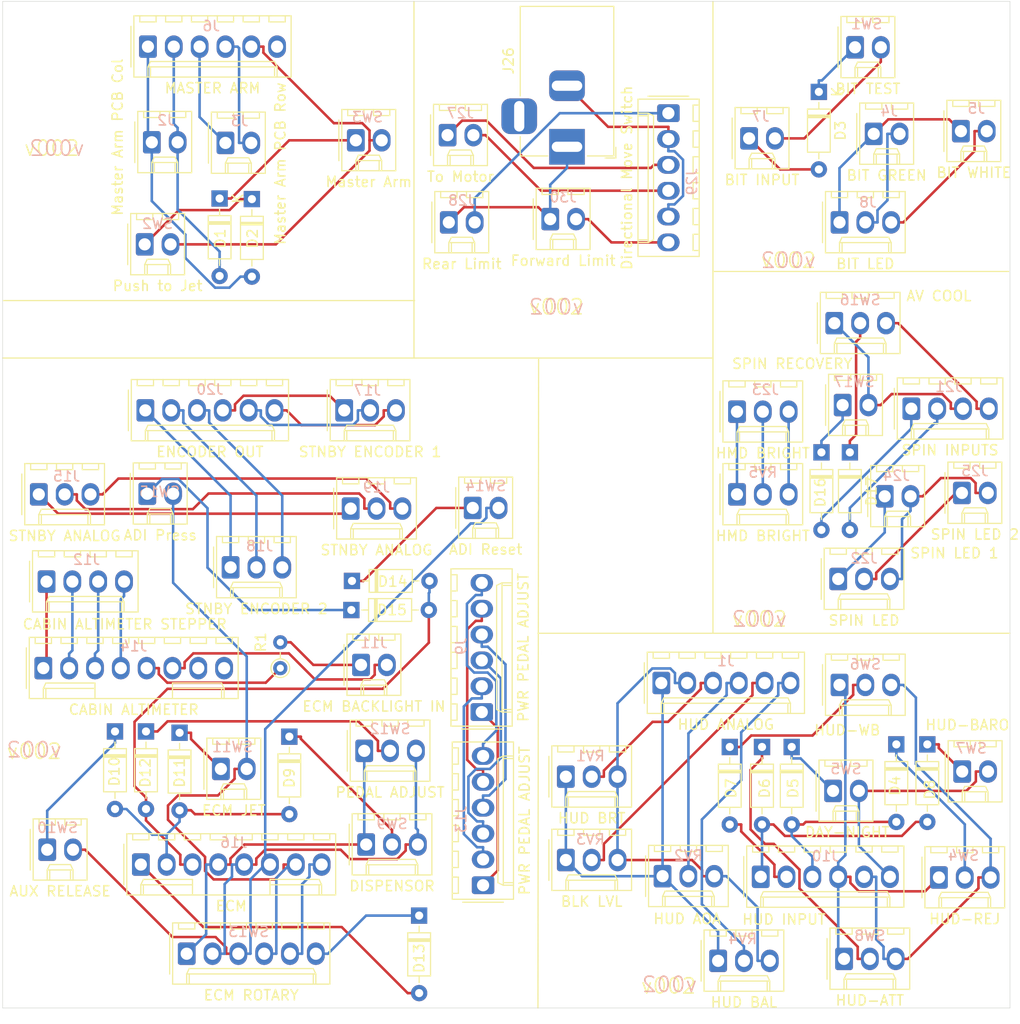
<source format=kicad_pcb>
(kicad_pcb (version 20171130) (host pcbnew "(5.1.5-0-10_14)")
  (layers (0 F.Cu signal) (31 B.Cu signal) (34 B.Paste user) (35 F.Paste user) (36 B.SilkS user) (37 F.SilkS user) (38 B.Mask user) (39 F.Mask user) (44 Edge.Cuts user))
  (net 0 "")
  (net 1 /PCB-COL-2)
  (net 2 "Net-(D1-Pad1)")
  (net 3 /PCB-COL-1)
  (net 4 "Net-(D2-Pad1)")
  (net 5 /BIT-COL)
  (net 6 "Net-(D3-Pad1)")
  (net 7 /HUD-COL-3)
  (net 8 "Net-(D6-Pad1)")
  (net 9 "Net-(D7-Pad1)")
  (net 10 /HUD-COL-1)
  (net 11 "Net-(D8-Pad1)")
  (net 12 /HUD-COL-2)
  (net 13 "Net-(D9-Pad1)")
  (net 14 "Net-(D10-Pad1)")
  (net 15 /ECM-COL-2)
  (net 16 "Net-(D11-Pad1)")
  (net 17 "Net-(D12-Pad1)")
  (net 18 "Net-(D13-Pad1)")
  (net 19 /ECM-COL-3)
  (net 20 "Net-(D14-Pad1)")
  (net 21 /ECM-COL-1)
  (net 22 "Net-(D15-Pad1)")
  (net 23 /SPIN-COL1)
  (net 24 "Net-(D16-Pad1)")
  (net 25 /SPIN-COL2)
  (net 26 "Net-(D17-Pad1)")
  (net 27 /SPIN-LED-ANNODE-1)
  (net 28 /SPIN-LED-CATHODE)
  (net 29 /SPIN-LED-ANNODE-2)
  (net 30 /HUD-BAL)
  (net 31 /BLK-LVL)
  (net 32 /HUD-A0A)
  (net 33 /HUD-BRT)
  (net 34 /HUD-ANA-GND)
  (net 35 /HUD-ANA+5V)
  (net 36 /PCB-ROW-2)
  (net 37 /PCB-ROW-1)
  (net 38 /ARM-ROW3)
  (net 39 /BIT-ROW)
  (net 40 "Net-(J11-Pad2)")
  (net 41 "Net-(J11-Pad1)")
  (net 42 /HUD-ROW-3)
  (net 43 /HUD-ROW-2)
  (net 44 /HUD-ROW-1)
  (net 45 /ECM-ROW-5)
  (net 46 /ECM-ROW-4)
  (net 47 /ECM-ROW-3)
  (net 48 /ECM-ROW-2)
  (net 49 /ECM-ROW-1)
  (net 50 /SPIN-ROW2)
  (net 51 /SPIN-ROW1)
  (net 52 "Net-(J17-Pad3)")
  (net 53 "Net-(J17-Pad2)")
  (net 54 "Net-(J17-Pad1)")
  (net 55 "Net-(J18-Pad3)")
  (net 56 "Net-(J18-Pad2)")
  (net 57 "Net-(J18-Pad1)")
  (net 58 /BIT-LED-COL-1)
  (net 59 /BIT-LED-ROW-1)
  (net 60 /BIT-LED-COL-2)
  (net 61 GND)
  (net 62 +12V)
  (net 63 "Net-(J27-Pad2)")
  (net 64 "Net-(J27-Pad1)")
  (net 65 "Net-(J28-Pad2)")
  (net 66 "Net-(J29-Pad6)")
  (net 67 "Net-(D4-Pad1)")
  (net 68 "Net-(D5-Pad1)")
  (net 69 "Net-(J13-Pad6)")
  (net 70 "Net-(J13-Pad5)")
  (net 71 "Net-(J13-Pad4)")
  (net 72 "Net-(J13-Pad3)")
  (net 73 "Net-(J13-Pad2)")
  (net 74 "Net-(J13-Pad1)")
  (net 75 "Net-(J12-Pad4)")
  (net 76 "Net-(J12-Pad3)")
  (net 77 "Net-(J12-Pad2)")
  (net 78 "Net-(J12-Pad1)")
  (net 79 "Net-(J15-Pad3)")
  (net 80 "Net-(J15-Pad2)")
  (net 81 "Net-(J15-Pad1)")
  (net 82 "Net-(J23-Pad3)")
  (net 83 "Net-(J23-Pad2)")
  (net 84 "Net-(J23-Pad1)")
  (net 85 "Net-(J14-Pad5)")
  (module PT_Library_v001:PT_R_Axial_DIN0204_L3.6mm_D1.6mm_P2.54mm_Vertical (layer F.Cu) (at 125.603 115.316 90)
    (fp_text reference R1 (at 2.54 -1.92 90) (layer F.SilkS))
    (fp_text value 1K)
    (pad 1 thru_hole circle (at 0 0 90) (size 1.4 1.4) (drill 0.7) (layers *.Cu *.Mask) (net 85 "Net-(J14-Pad5)"))
    (pad 2 thru_hole oval (at 2.54 0 90) (size 1.4 1.4) (drill 0.7) (layers *.Cu *.Mask) (net 41 "Net-(J11-Pad1)"))
  )
  (module Connector_BarrelJack:BarrelJack_Horizontal (layer F.Cu) (at 153.797 64.0715 270)
    (fp_text reference J26 (at -8.45 5.75 90) (layer F.SilkS))
    (fp_text value "PEDAL POWER IN")
    (pad 3 thru_hole roundrect (at -3 4.7 270) (size 3.5 3.5) (drill oval 3 1) (layers *.Cu *.Mask))
    (pad 2 thru_hole roundrect (at -6 0 270) (size 3 3.5) (drill oval 1 3) (layers *.Cu *.Mask) (net 61 GND))
    (pad 1 thru_hole rect (at 0 0 270) (size 3.5 3.5) (drill oval 1 3) (layers *.Cu *.Mask) (net 62 +12V))
  )
  (module MountingHole:MountingHole_4.3mm_M4 (layer F.Cu) (at 103.314 54.61)
    (fp_text reference H32)
    (fp_text value MountingHole)
    (pad 1 np_thru_hole circle (at 0 0) (size 4.3 4.3) (drill 4.3) (layers *.Cu *.Mask))
  )
  (module MountingHole:MountingHole_4.3mm_M4 (layer F.Cu) (at 173.101 106.807)
    (fp_text reference H31)
    (fp_text value MountingHole)
    (pad 1 np_thru_hole circle (at 0 0) (size 4.3 4.3) (drill 4.3) (layers *.Cu *.Mask))
  )
  (module MountingHole:MountingHole_4.3mm_M4 (layer F.Cu) (at 192.673 71.628)
    (fp_text reference H30)
    (fp_text value MountingHole)
    (pad 1 np_thru_hole circle (at 0 0) (size 4.3 4.3) (drill 4.3) (layers *.Cu *.Mask))
  )
  (module MountingHole:MountingHole_4.3mm_M4 (layer F.Cu) (at 173.101 71.628)
    (fp_text reference H29)
    (fp_text value MountingHole)
    (pad 1 np_thru_hole circle (at 0 0) (size 4.3 4.3) (drill 4.3) (layers *.Cu *.Mask))
  )
  (module MountingHole:MountingHole_4.3mm_M4 (layer F.Cu) (at 173.101 81.661)
    (fp_text reference H28)
    (fp_text value MountingHole)
    (pad 1 np_thru_hole circle (at 0 0) (size 4.3 4.3) (drill 4.3) (layers *.Cu *.Mask))
  )
  (module MountingHole:MountingHole_4.3mm_M4 (layer F.Cu) (at 192.673 116.967)
    (fp_text reference H27)
    (fp_text value MountingHole)
    (pad 1 np_thru_hole circle (at 0 0) (size 4.3 4.3) (drill 4.3) (layers *.Cu *.Mask))
  )
  (module MountingHole:MountingHole_4.3mm_M4 (layer F.Cu) (at 163.322 54.31)
    (fp_text reference H26)
    (fp_text value MountingHole)
    (pad 1 np_thru_hole circle (at 0 0) (size 4.3 4.3) (drill 4.3) (layers *.Cu *.Mask))
  )
  (module MountingHole:MountingHole_4.3mm_M4 (layer F.Cu) (at 192.673 54.31)
    (fp_text reference H25)
    (fp_text value MountingHole)
    (pad 1 np_thru_hole circle (at 0 0) (size 4.3 4.3) (drill 4.3) (layers *.Cu *.Mask))
  )
  (module MountingHole:MountingHole_4.3mm_M4 (layer F.Cu) (at 192.673 81.661)
    (fp_text reference H24)
    (fp_text value MountingHole)
    (pad 1 np_thru_hole circle (at 0 0) (size 4.3 4.3) (drill 4.3) (layers *.Cu *.Mask))
  )
  (module MountingHole:MountingHole_4.3mm_M4 (layer F.Cu) (at 156.464 116.967)
    (fp_text reference H23)
    (fp_text value MountingHole)
    (pad 1 np_thru_hole circle (at 0 0) (size 4.3 4.3) (drill 4.3) (layers *.Cu *.Mask))
  )
  (module MountingHole:MountingHole_4.3mm_M4 (layer F.Cu) (at 143.51 54.31)
    (fp_text reference H22)
    (fp_text value MountingHole)
    (pad 1 np_thru_hole circle (at 0 0) (size 4.3 4.3) (drill 4.3) (layers *.Cu *.Mask))
  )
  (module MountingHole:MountingHole_4.3mm_M4 (layer F.Cu) (at 173.101 54.31)
    (fp_text reference H21)
    (fp_text value MountingHole)
    (pad 1 np_thru_hole circle (at 0 0) (size 4.3 4.3) (drill 4.3) (layers *.Cu *.Mask))
  )
  (module MountingHole:MountingHole_4.3mm_M4 (layer F.Cu) (at 163.322 80.01)
    (fp_text reference H20)
    (fp_text value MountingHole)
    (pad 1 np_thru_hole circle (at 0 0) (size 4.3 4.3) (drill 4.3) (layers *.Cu *.Mask))
  )
  (module MountingHole:MountingHole_4.3mm_M4 (layer F.Cu) (at 192.673 106.807)
    (fp_text reference H19)
    (fp_text value MountingHole)
    (pad 1 np_thru_hole circle (at 0 0) (size 4.3 4.3) (drill 4.3) (layers *.Cu *.Mask))
  )
  (module MountingHole:MountingHole_4.3mm_M4 (layer F.Cu) (at 133.794 54.31)
    (fp_text reference H18)
    (fp_text value MountingHole)
    (pad 1 np_thru_hole circle (at 0 0) (size 4.3 4.3) (drill 4.3) (layers *.Cu *.Mask))
  )
  (module MountingHole:MountingHole_4.3mm_M4 (layer F.Cu) (at 192.673 144.145)
    (fp_text reference H17)
    (fp_text value MountingHole)
    (pad 1 np_thru_hole circle (at 0 0) (size 4.3 4.3) (drill 4.3) (layers *.Cu *.Mask))
  )
  (module MountingHole:MountingHole_4.3mm_M4 (layer F.Cu) (at 145.796 144.082)
    (fp_text reference H16)
    (fp_text value MountingHole)
    (pad 1 np_thru_hole circle (at 0 0) (size 4.3 4.3) (drill 4.3) (layers *.Cu *.Mask))
  )
  (module MountingHole:MountingHole_4.3mm_M4 (layer F.Cu) (at 103.378 74.549)
    (fp_text reference H15)
    (fp_text value MountingHole)
    (pad 1 np_thru_hole circle (at 0 0) (size 4.3 4.3) (drill 4.3) (layers *.Cu *.Mask))
  )
  (module MountingHole:MountingHole_4.3mm_M4 (layer F.Cu) (at 156.464 143.764)
    (fp_text reference H14)
    (fp_text value MountingHole)
    (pad 1 np_thru_hole circle (at 0 0) (size 4.3 4.3) (drill 4.3) (layers *.Cu *.Mask))
  )
  (module MountingHole:MountingHole_4.3mm_M4 (layer F.Cu) (at 145.796 89.8525)
    (fp_text reference H12)
    (fp_text value MountingHole)
    (pad 1 np_thru_hole circle (at 0 0) (size 4.3 4.3) (drill 4.3) (layers *.Cu *.Mask))
  )
  (module MountingHole:MountingHole_4.3mm_M4 (layer F.Cu) (at 133.414 74.676)
    (fp_text reference H11)
    (fp_text value MountingHole)
    (pad 1 np_thru_hole circle (at 0 0) (size 4.3 4.3) (drill 4.3) (layers *.Cu *.Mask))
  )
  (module MountingHole:MountingHole_4.3mm_M4 (layer F.Cu) (at 103.378 143.51)
    (fp_text reference H8)
    (fp_text value MountingHole)
    (pad 1 np_thru_hole circle (at 0 0) (size 4.3 4.3) (drill 4.3) (layers *.Cu *.Mask))
  )
  (module MountingHole:MountingHole_4.3mm_M4 (layer F.Cu) (at 103.378 89.8525)
    (fp_text reference H5)
    (fp_text value MountingHole)
    (pad 1 np_thru_hole circle (at 0 0) (size 4.3 4.3) (drill 4.3) (layers *.Cu *.Mask))
  )
  (module MountingHole:MountingHole_4.3mm_M4 (layer F.Cu) (at 143.51 80.01)
    (fp_text reference H1)
    (fp_text value MountingHole)
    (pad 1 np_thru_hole circle (at 0 0) (size 4.3 4.3) (drill 4.3) (layers *.Cu *.Mask))
  )
  (module PT_Library_v001:Molex_1x02_P2.54mm_Vertical (layer F.Cu) (at 152.146 71.1835)
    (fp_text reference J30 (at 1.27 -2.159) (layer B.SilkS) (effects (justify mirror)))
    (fp_text value "Forward Limit" (at 1.27 4.08) (layer F.SilkS))
    (pad 2 thru_hole oval (at 2.54 0) (size 1.74 2.2) (drill 1.2) (layers *.Cu *.Mask) (net 66 "Net-(J29-Pad6)"))
    (pad 1 thru_hole roundrect (at 0 0) (size 1.74 2.2) (drill 1.2) (layers *.Cu *.Mask) (roundrect_rratio 0.143678) (net 62 +12V))
  )
  (module PT_Library_v001:Molex_1x06_P2.54mm_Vertical (layer F.Cu) (at 163.766 60.7695 270)
    (fp_text reference J29 (at 6.731 -2.31 90) (layer B.SilkS) (effects (justify mirror)))
    (fp_text value "Directional Move Switch" (at 6.35 4.08 90) (layer F.SilkS))
    (pad 6 thru_hole oval (at 12.7 0 270) (size 1.74 2.2) (drill 1.2) (layers *.Cu *.Mask) (net 66 "Net-(J29-Pad6)"))
    (pad 5 thru_hole oval (at 10.16 0 270) (size 1.74 2.2) (drill 1.2) (layers *.Cu *.Mask) (net 61 GND))
    (pad 4 thru_hole oval (at 7.62 0 270) (size 1.74 2.2) (drill 1.2) (layers *.Cu *.Mask) (net 63 "Net-(J27-Pad2)"))
    (pad 3 thru_hole oval (at 5.08 0 270) (size 1.74 2.2) (drill 1.2) (layers *.Cu *.Mask) (net 64 "Net-(J27-Pad1)"))
    (pad 2 thru_hole oval (at 2.54 0 270) (size 1.74 2.2) (drill 1.2) (layers *.Cu *.Mask) (net 61 GND))
    (pad 1 thru_hole roundrect (at 0 0 270) (size 1.74 2.2) (drill 1.2) (layers *.Cu *.Mask) (roundrect_rratio 0.143678) (net 65 "Net-(J28-Pad2)"))
  )
  (module PT_Library_v001:Molex_1x02_P2.54mm_Vertical (layer F.Cu) (at 142.176 71.501)
    (fp_text reference J28 (at 1.27 -2.159) (layer B.SilkS) (effects (justify mirror)))
    (fp_text value "Rear Limit" (at 1.27 4.08) (layer F.SilkS))
    (pad 2 thru_hole oval (at 2.54 0) (size 1.74 2.2) (drill 1.2) (layers *.Cu *.Mask) (net 65 "Net-(J28-Pad2)"))
    (pad 1 thru_hole roundrect (at 0 0) (size 1.74 2.2) (drill 1.2) (layers *.Cu *.Mask) (roundrect_rratio 0.143678) (net 62 +12V))
  )
  (module PT_Library_v001:Molex_1x02_P2.54mm_Vertical (layer F.Cu) (at 142.05 62.9285)
    (fp_text reference J27 (at 1.27 -2.159) (layer B.SilkS) (effects (justify mirror)))
    (fp_text value "To Motor" (at 1.27 4.08) (layer F.SilkS))
    (pad 2 thru_hole oval (at 2.54 0) (size 1.74 2.2) (drill 1.2) (layers *.Cu *.Mask) (net 63 "Net-(J27-Pad2)"))
    (pad 1 thru_hole roundrect (at 0 0) (size 1.74 2.2) (drill 1.2) (layers *.Cu *.Mask) (roundrect_rratio 0.143678) (net 64 "Net-(J27-Pad1)"))
  )
  (module PT_Library_v001:Molex_1x02_P2.54mm_Vertical (layer F.Cu) (at 192.634 98.0948)
    (fp_text reference J25 (at 1.27 -2.159) (layer B.SilkS) (effects (justify mirror)))
    (fp_text value "SPIN LED 2" (at 1.27 4.08) (layer F.SilkS))
    (pad 2 thru_hole oval (at 2.54 0) (size 1.74 2.2) (drill 1.2) (layers *.Cu *.Mask) (net 28 /SPIN-LED-CATHODE))
    (pad 1 thru_hole roundrect (at 0 0) (size 1.74 2.2) (drill 1.2) (layers *.Cu *.Mask) (roundrect_rratio 0.143678) (net 29 /SPIN-LED-ANNODE-2))
  )
  (module PT_Library_v001:Molex_1x02_P2.54mm_Vertical (layer F.Cu) (at 185.039 98.425)
    (fp_text reference J24 (at 1.143 -2.032) (layer B.SilkS) (effects (justify mirror)))
    (fp_text value "SPIN LED 1" (at 6.858 5.588) (layer F.SilkS))
    (pad 2 thru_hole oval (at 2.54 0) (size 1.74 2.2) (drill 1.2) (layers *.Cu *.Mask) (net 28 /SPIN-LED-CATHODE))
    (pad 1 thru_hole roundrect (at 0 0) (size 1.74 2.2) (drill 1.2) (layers *.Cu *.Mask) (roundrect_rratio 0.143678) (net 27 /SPIN-LED-ANNODE-1))
  )
  (module PT_Library_v001:Molex_1x02_P2.54mm_Vertical (layer F.Cu) (at 192.532 62.5348)
    (fp_text reference J5 (at 1.524 -2.23) (layer B.SilkS) (effects (justify mirror)))
    (fp_text value "BIT WHITE" (at 1.27 4.08) (layer F.SilkS))
    (pad 2 thru_hole oval (at 2.54 0) (size 1.74 2.2) (drill 1.2) (layers *.Cu *.Mask) (net 60 /BIT-LED-COL-2))
    (pad 1 thru_hole roundrect (at 0 0) (size 1.74 2.2) (drill 1.2) (layers *.Cu *.Mask) (roundrect_rratio 0.143678) (net 59 /BIT-LED-ROW-1))
  )
  (module PT_Library_v001:Molex_1x02_P2.54mm_Vertical (layer F.Cu) (at 183.96 62.8015)
    (fp_text reference J4 (at 1.524 -2.23) (layer B.SilkS) (effects (justify mirror)))
    (fp_text value "BIT GREEN" (at 1.27 4.08) (layer F.SilkS))
    (pad 2 thru_hole oval (at 2.54 0) (size 1.74 2.2) (drill 1.2) (layers *.Cu *.Mask) (net 58 /BIT-LED-COL-1))
    (pad 1 thru_hole roundrect (at 0 0) (size 1.74 2.2) (drill 1.2) (layers *.Cu *.Mask) (roundrect_rratio 0.143678) (net 59 /BIT-LED-ROW-1))
  )
  (module PT_Library_v001:Molex_1x02_P2.54mm_Vertical (layer F.Cu) (at 112.522 98.171)
    (fp_text reference SW15 (at 1.2065 -0.1905) (layer B.SilkS) (effects (justify mirror)))
    (fp_text value "ADI Press" (at 1.27 4.08) (layer F.SilkS))
    (pad 2 thru_hole oval (at 2.54 0) (size 1.74 2.2) (drill 1.2) (layers *.Cu *.Mask) (net 46 /ECM-ROW-4))
    (pad 1 thru_hole roundrect (at 0 0) (size 1.74 2.2) (drill 1.2) (layers *.Cu *.Mask) (roundrect_rratio 0.143678) (net 22 "Net-(D15-Pad1)"))
  )
  (module PT_Library_v001:Molex_1x02_P2.54mm_Vertical (layer F.Cu) (at 144.526 99.568)
    (fp_text reference SW14 (at 1.27 -2.159) (layer B.SilkS) (effects (justify mirror)))
    (fp_text value "ADI Reset" (at 1.27 4.08) (layer F.SilkS))
    (pad 2 thru_hole oval (at 2.54 0) (size 1.74 2.2) (drill 1.2) (layers *.Cu *.Mask) (net 47 /ECM-ROW-3))
    (pad 1 thru_hole roundrect (at 0 0) (size 1.74 2.2) (drill 1.2) (layers *.Cu *.Mask) (roundrect_rratio 0.143678) (net 20 "Net-(D14-Pad1)"))
  )
  (module PT_Library_v001:D_Signal_P7.62mm_Horizontal (layer F.Cu) (at 132.588 109.601)
    (fp_text reference D15 (at 4.0005 0) (layer F.SilkS))
    (fp_text value D)
    (pad 2 thru_hole oval (at 7.62 0) (size 1.6 1.6) (drill 0.8) (layers *.Cu *.Mask) (net 19 /ECM-COL-3))
    (pad 1 thru_hole rect (at 0 0) (size 1.6 1.6) (drill 0.8) (layers *.Cu *.Mask) (net 22 "Net-(D15-Pad1)"))
  )
  (module PT_Library_v001:D_Signal_P7.62mm_Horizontal (layer F.Cu) (at 132.652 106.744)
    (fp_text reference D14 (at 4.0005 0.0635) (layer F.SilkS))
    (fp_text value D)
    (pad 2 thru_hole oval (at 7.62 0) (size 1.6 1.6) (drill 0.8) (layers *.Cu *.Mask) (net 19 /ECM-COL-3))
    (pad 1 thru_hole rect (at 0 0) (size 1.6 1.6) (drill 0.8) (layers *.Cu *.Mask) (net 20 "Net-(D14-Pad1)"))
  )
  (module PT_Library_v001:Molex_1x06_P2.54mm_Vertical (layer F.Cu) (at 112.332 89.9795)
    (fp_text reference J20 (at 6.35 -2.056) (layer B.SilkS) (effects (justify mirror)))
    (fp_text value "ENCODER OUT" (at 6.35 4.08) (layer F.SilkS))
    (pad 6 thru_hole oval (at 12.7 0) (size 1.74 2.2) (drill 1.2) (layers *.Cu *.Mask) (net 52 "Net-(J17-Pad3)"))
    (pad 5 thru_hole oval (at 10.16 0) (size 1.74 2.2) (drill 1.2) (layers *.Cu *.Mask) (net 53 "Net-(J17-Pad2)"))
    (pad 4 thru_hole oval (at 7.62 0) (size 1.74 2.2) (drill 1.2) (layers *.Cu *.Mask) (net 54 "Net-(J17-Pad1)"))
    (pad 3 thru_hole oval (at 5.08 0) (size 1.74 2.2) (drill 1.2) (layers *.Cu *.Mask) (net 55 "Net-(J18-Pad3)"))
    (pad 2 thru_hole oval (at 2.54 0) (size 1.74 2.2) (drill 1.2) (layers *.Cu *.Mask) (net 56 "Net-(J18-Pad2)"))
    (pad 1 thru_hole roundrect (at 0 0) (size 1.74 2.2) (drill 1.2) (layers *.Cu *.Mask) (roundrect_rratio 0.143678) (net 57 "Net-(J18-Pad1)"))
  )
  (module PT_Library_v001:Molex_1x03_P2.54mm_Vertical (layer F.Cu) (at 132.524 99.6315)
    (fp_text reference J19 (at 2.54 -2.0955) (layer B.SilkS) (effects (justify mirror)))
    (fp_text value "STNBY ANALOG" (at 2.54 4.08) (layer F.SilkS))
    (pad 3 thru_hole oval (at 5.08 0) (size 1.74 2.2) (drill 1.2) (layers *.Cu *.Mask) (net 79 "Net-(J15-Pad3)"))
    (pad 2 thru_hole oval (at 2.54 0) (size 1.74 2.2) (drill 1.2) (layers *.Cu *.Mask) (net 80 "Net-(J15-Pad2)"))
    (pad 1 thru_hole roundrect (at 0 0) (size 1.74 2.2) (drill 1.2) (layers *.Cu *.Mask) (roundrect_rratio 0.143678) (net 81 "Net-(J15-Pad1)"))
  )
  (module PT_Library_v001:Molex_1x03_P2.54mm_Vertical (layer F.Cu) (at 120.714 105.41)
    (fp_text reference J18 (at 2.8575 -2.0955) (layer B.SilkS) (effects (justify mirror)))
    (fp_text value "STNBY ENCODER 2" (at 2.54 4.08) (layer F.SilkS))
    (pad 3 thru_hole oval (at 5.08 0) (size 1.74 2.2) (drill 1.2) (layers *.Cu *.Mask) (net 55 "Net-(J18-Pad3)"))
    (pad 2 thru_hole oval (at 2.54 0) (size 1.74 2.2) (drill 1.2) (layers *.Cu *.Mask) (net 56 "Net-(J18-Pad2)"))
    (pad 1 thru_hole roundrect (at 0 0) (size 1.74 2.2) (drill 1.2) (layers *.Cu *.Mask) (roundrect_rratio 0.143678) (net 57 "Net-(J18-Pad1)"))
  )
  (module PT_Library_v001:Molex_1x03_P2.54mm_Vertical (layer F.Cu) (at 131.89 89.9795)
    (fp_text reference J17 (at 2.286 -1.9685) (layer B.SilkS) (effects (justify mirror)))
    (fp_text value "STNBY ENCODER 1" (at 2.54 4.08) (layer F.SilkS))
    (pad 3 thru_hole oval (at 5.08 0) (size 1.74 2.2) (drill 1.2) (layers *.Cu *.Mask) (net 52 "Net-(J17-Pad3)"))
    (pad 2 thru_hole oval (at 2.54 0) (size 1.74 2.2) (drill 1.2) (layers *.Cu *.Mask) (net 53 "Net-(J17-Pad2)"))
    (pad 1 thru_hole roundrect (at 0 0) (size 1.74 2.2) (drill 1.2) (layers *.Cu *.Mask) (roundrect_rratio 0.143678) (net 54 "Net-(J17-Pad1)"))
  )
  (module PT_Library_v001:Molex_1x03_P2.54mm_Vertical (layer F.Cu) (at 101.854 98.2345)
    (fp_text reference J15 (at 2.7305 -1.778) (layer B.SilkS) (effects (justify mirror)))
    (fp_text value "STNBY ANALOG" (at 2.54 4.08) (layer F.SilkS))
    (pad 3 thru_hole oval (at 5.08 0) (size 1.74 2.2) (drill 1.2) (layers *.Cu *.Mask) (net 79 "Net-(J15-Pad3)"))
    (pad 2 thru_hole oval (at 2.54 0) (size 1.74 2.2) (drill 1.2) (layers *.Cu *.Mask) (net 80 "Net-(J15-Pad2)"))
    (pad 1 thru_hole roundrect (at 0 0) (size 1.74 2.2) (drill 1.2) (layers *.Cu *.Mask) (roundrect_rratio 0.143678) (net 81 "Net-(J15-Pad1)"))
  )
  (module PT_Library_v001:Molex_1x02_P2.54mm_Vertical (layer F.Cu) (at 180.899 89.4588)
    (fp_text reference SW17 (at 1.143 -2.286) (layer B.SilkS) (effects (justify mirror)))
    (fp_text value "SPIN RECOVERY" (at -4.953 -4.064) (layer F.SilkS))
    (pad 2 thru_hole oval (at 2.54 0) (size 1.74 2.2) (drill 1.2) (layers *.Cu *.Mask) (net 51 /SPIN-ROW1))
    (pad 1 thru_hole roundrect (at 0 0) (size 1.74 2.2) (drill 1.2) (layers *.Cu *.Mask) (roundrect_rratio 0.143678) (net 24 "Net-(D16-Pad1)"))
  )
  (module PT_Library_v001:Molex_1x03_P2.54mm_Vertical (layer F.Cu) (at 180.086 81.407)
    (fp_text reference SW16 (at 2.54 -2.286) (layer B.SilkS) (effects (justify mirror)))
    (fp_text value "AV COOL" (at 10.287 -2.667) (layer F.SilkS))
    (pad 3 thru_hole oval (at 5.08 0) (size 1.74 2.2) (drill 1.2) (layers *.Cu *.Mask) (net 50 /SPIN-ROW2))
    (pad 2 thru_hole oval (at 2.54 0) (size 1.74 2.2) (drill 1.2) (layers *.Cu *.Mask) (net 26 "Net-(D17-Pad1)"))
    (pad 1 thru_hole roundrect (at 0 0) (size 1.74 2.2) (drill 1.2) (layers *.Cu *.Mask) (roundrect_rratio 0.143678) (net 51 /SPIN-ROW1))
  )
  (module PT_Library_v001:Molex_1x06_P2.54mm_Vertical (layer F.Cu) (at 116.396 143.383)
    (fp_text reference SW13 (at 6.096 -2.159) (layer B.SilkS) (effects (justify mirror)))
    (fp_text value "ECM ROTARY" (at 6.35 4.08) (layer F.SilkS))
    (pad 6 thru_hole oval (at 12.7 0) (size 1.74 2.2) (drill 1.2) (layers *.Cu *.Mask) (net 18 "Net-(D13-Pad1)"))
    (pad 5 thru_hole oval (at 10.16 0) (size 1.74 2.2) (drill 1.2) (layers *.Cu *.Mask) (net 45 /ECM-ROW-5))
    (pad 4 thru_hole oval (at 7.62 0) (size 1.74 2.2) (drill 1.2) (layers *.Cu *.Mask) (net 46 /ECM-ROW-4))
    (pad 3 thru_hole oval (at 5.08 0) (size 1.74 2.2) (drill 1.2) (layers *.Cu *.Mask) (net 47 /ECM-ROW-3))
    (pad 2 thru_hole oval (at 2.54 0) (size 1.74 2.2) (drill 1.2) (layers *.Cu *.Mask) (net 48 /ECM-ROW-2))
    (pad 1 thru_hole roundrect (at 0 0) (size 1.74 2.2) (drill 1.2) (layers *.Cu *.Mask) (roundrect_rratio 0.143678) (net 49 /ECM-ROW-1))
  )
  (module PT_Library_v001:Molex_1x03_P2.54mm_Vertical (layer F.Cu) (at 133.858 123.444)
    (fp_text reference SW12 (at 2.54 -2.159) (layer B.SilkS) (effects (justify mirror)))
    (fp_text value "PEDAL ADJUST" (at 2.54 4.08) (layer F.SilkS))
    (pad 3 thru_hole oval (at 5.08 0) (size 1.74 2.2) (drill 1.2) (layers *.Cu *.Mask) (net 48 /ECM-ROW-2))
    (pad 2 thru_hole oval (at 2.54 0) (size 1.74 2.2) (drill 1.2) (layers *.Cu *.Mask) (net 17 "Net-(D12-Pad1)"))
    (pad 1 thru_hole roundrect (at 0 0) (size 1.74 2.2) (drill 1.2) (layers *.Cu *.Mask) (roundrect_rratio 0.143678) (net 49 /ECM-ROW-1))
  )
  (module PT_Library_v001:Molex_1x02_P2.54mm_Vertical (layer F.Cu) (at 119.761 125.222)
    (fp_text reference SW11 (at 1.143 -2.159) (layer B.SilkS) (effects (justify mirror)))
    (fp_text value "ECM JET" (at 1.27 4.08) (layer F.SilkS))
    (pad 2 thru_hole oval (at 2.54 0) (size 1.74 2.2) (drill 1.2) (layers *.Cu *.Mask) (net 46 /ECM-ROW-4))
    (pad 1 thru_hole roundrect (at 0 0) (size 1.74 2.2) (drill 1.2) (layers *.Cu *.Mask) (roundrect_rratio 0.143678) (net 16 "Net-(D11-Pad1)"))
  )
  (module PT_Library_v001:Molex_1x02_P2.54mm_Vertical (layer F.Cu) (at 102.68 133.16)
    (fp_text reference SW10 (at 1.016 -2.159) (layer B.SilkS) (effects (justify mirror)))
    (fp_text value "AUX RELEASE" (at 1.27 4.08) (layer F.SilkS))
    (pad 2 thru_hole oval (at 2.54 0) (size 1.74 2.2) (drill 1.2) (layers *.Cu *.Mask) (net 47 /ECM-ROW-3))
    (pad 1 thru_hole roundrect (at 0 0) (size 1.74 2.2) (drill 1.2) (layers *.Cu *.Mask) (roundrect_rratio 0.143678) (net 14 "Net-(D10-Pad1)"))
  )
  (module PT_Library_v001:Molex_1x03_P2.54mm_Vertical (layer F.Cu) (at 134.048 132.652)
    (fp_text reference SW9 (at 2.54 -2.032) (layer B.SilkS) (effects (justify mirror)))
    (fp_text value DISPENSOR (at 2.54 4.08) (layer F.SilkS))
    (pad 3 thru_hole oval (at 5.08 0) (size 1.74 2.2) (drill 1.2) (layers *.Cu *.Mask) (net 48 /ECM-ROW-2))
    (pad 2 thru_hole oval (at 2.54 0) (size 1.74 2.2) (drill 1.2) (layers *.Cu *.Mask) (net 13 "Net-(D9-Pad1)"))
    (pad 1 thru_hole roundrect (at 0 0) (size 1.74 2.2) (drill 1.2) (layers *.Cu *.Mask) (roundrect_rratio 0.143678) (net 49 /ECM-ROW-1))
  )
  (module PT_Library_v001:Molex_1x03_P2.54mm_Vertical (layer F.Cu) (at 181.038 143.891)
    (fp_text reference SW8 (at 2.54 -2.286) (layer B.SilkS) (effects (justify mirror)))
    (fp_text value HUD-ATT (at 2.54 4.08) (layer F.SilkS))
    (pad 3 thru_hole oval (at 5.08 0) (size 1.74 2.2) (drill 1.2) (layers *.Cu *.Mask) (net 43 /HUD-ROW-2))
    (pad 2 thru_hole oval (at 2.54 0) (size 1.74 2.2) (drill 1.2) (layers *.Cu *.Mask) (net 8 "Net-(D6-Pad1)"))
    (pad 1 thru_hole roundrect (at 0 0) (size 1.74 2.2) (drill 1.2) (layers *.Cu *.Mask) (roundrect_rratio 0.143678) (net 44 /HUD-ROW-1))
  )
  (module PT_Library_v001:Molex_1x02_P2.54mm_Vertical (layer F.Cu) (at 192.659 125.476)
    (fp_text reference SW7 (at 0.889 -2.286) (layer B.SilkS) (effects (justify mirror)))
    (fp_text value HUD-BARO (at 0.508 -4.572) (layer F.SilkS))
    (pad 2 thru_hole oval (at 2.54 0) (size 1.74 2.2) (drill 1.2) (layers *.Cu *.Mask) (net 42 /HUD-ROW-3))
    (pad 1 thru_hole roundrect (at 0 0) (size 1.74 2.2) (drill 1.2) (layers *.Cu *.Mask) (roundrect_rratio 0.143678) (net 11 "Net-(D8-Pad1)"))
  )
  (module PT_Library_v001:Molex_1x03_P2.54mm_Vertical (layer F.Cu) (at 180.594 116.967)
    (fp_text reference SW6 (at 2.54 -2.032) (layer B.SilkS) (effects (justify mirror)))
    (fp_text value HUD-WB (at 0.762 4.445) (layer F.SilkS))
    (pad 3 thru_hole oval (at 5.08 0) (size 1.74 2.2) (drill 1.2) (layers *.Cu *.Mask) (net 43 /HUD-ROW-2))
    (pad 2 thru_hole oval (at 2.54 0) (size 1.74 2.2) (drill 1.2) (layers *.Cu *.Mask) (net 9 "Net-(D7-Pad1)"))
    (pad 1 thru_hole roundrect (at 0 0) (size 1.74 2.2) (drill 1.2) (layers *.Cu *.Mask) (roundrect_rratio 0.143678) (net 44 /HUD-ROW-1))
  )
  (module PT_Library_v001:Molex_1x02_P2.54mm_Vertical (layer F.Cu) (at 179.959 127.381)
    (fp_text reference SW5 (at 1.27 -2.159) (layer B.SilkS) (effects (justify mirror)))
    (fp_text value DAY-NIGHT (at 1.397 4.064) (layer F.SilkS))
    (pad 2 thru_hole oval (at 2.54 0) (size 1.74 2.2) (drill 1.2) (layers *.Cu *.Mask) (net 42 /HUD-ROW-3))
    (pad 1 thru_hole roundrect (at 0 0) (size 1.74 2.2) (drill 1.2) (layers *.Cu *.Mask) (roundrect_rratio 0.143678) (net 68 "Net-(D5-Pad1)"))
  )
  (module PT_Library_v001:Molex_1x03_P2.54mm_Vertical (layer F.Cu) (at 190.373 135.89)
    (fp_text reference SW4 (at 2.413 -2.159) (layer B.SilkS) (effects (justify mirror)))
    (fp_text value HUD-REJ (at 2.54 4.08) (layer F.SilkS))
    (pad 3 thru_hole oval (at 5.08 0) (size 1.74 2.2) (drill 1.2) (layers *.Cu *.Mask) (net 43 /HUD-ROW-2))
    (pad 2 thru_hole oval (at 2.54 0) (size 1.74 2.2) (drill 1.2) (layers *.Cu *.Mask) (net 67 "Net-(D4-Pad1)"))
    (pad 1 thru_hole roundrect (at 0 0) (size 1.74 2.2) (drill 1.2) (layers *.Cu *.Mask) (roundrect_rratio 0.143678) (net 44 /HUD-ROW-1))
  )
  (module PT_Library_v001:Molex_1x02_P2.54mm_Vertical (layer F.Cu) (at 133.032 63.4365)
    (fp_text reference SW3 (at 1.143 -2.286) (layer B.SilkS) (effects (justify mirror)))
    (fp_text value "Master Arm" (at 1.27 4.08) (layer F.SilkS))
    (pad 2 thru_hole oval (at 2.54 0) (size 1.74 2.2) (drill 1.2) (layers *.Cu *.Mask) (net 38 /ARM-ROW3))
    (pad 1 thru_hole roundrect (at 0 0) (size 1.74 2.2) (drill 1.2) (layers *.Cu *.Mask) (roundrect_rratio 0.143678) (net 2 "Net-(D1-Pad1)"))
  )
  (module PT_Library_v001:Molex_1x02_P2.54mm_Vertical (layer F.Cu) (at 112.268 73.66)
    (fp_text reference SW2 (at 1.27 -2.032) (layer B.SilkS) (effects (justify mirror)))
    (fp_text value "Push to Jet" (at 1.27 4.08) (layer F.SilkS))
    (pad 2 thru_hole oval (at 2.54 0) (size 1.74 2.2) (drill 1.2) (layers *.Cu *.Mask) (net 38 /ARM-ROW3))
    (pad 1 thru_hole roundrect (at 0 0) (size 1.74 2.2) (drill 1.2) (layers *.Cu *.Mask) (roundrect_rratio 0.143678) (net 4 "Net-(D2-Pad1)"))
  )
  (module PT_Library_v001:Molex_1x02_P2.54mm_Vertical (layer F.Cu) (at 182.118 54.2925)
    (fp_text reference SW1 (at 1.143 -2.286) (layer B.SilkS) (effects (justify mirror)))
    (fp_text value "BIT TEST" (at 1.27 4.08) (layer F.SilkS))
    (pad 2 thru_hole oval (at 2.54 0) (size 1.74 2.2) (drill 1.2) (layers *.Cu *.Mask) (net 39 /BIT-ROW))
    (pad 1 thru_hole roundrect (at 0 0) (size 1.74 2.2) (drill 1.2) (layers *.Cu *.Mask) (roundrect_rratio 0.143678) (net 6 "Net-(D3-Pad1)"))
  )
  (module PT_Library_v001:Molex_1x03_P2.54mm_Vertical (layer F.Cu) (at 170.512 98.2345)
    (fp_text reference RV5 (at 2.54 -2.159) (layer B.SilkS) (effects (justify mirror)))
    (fp_text value "HMD BRIGHT" (at 2.54 4.08) (layer F.SilkS))
    (pad 3 thru_hole oval (at 5.08 0) (size 1.74 2.2) (drill 1.2) (layers *.Cu *.Mask) (net 82 "Net-(J23-Pad3)"))
    (pad 2 thru_hole oval (at 2.54 0) (size 1.74 2.2) (drill 1.2) (layers *.Cu *.Mask) (net 83 "Net-(J23-Pad2)"))
    (pad 1 thru_hole roundrect (at 0 0) (size 1.74 2.2) (drill 1.2) (layers *.Cu *.Mask) (roundrect_rratio 0.143678) (net 84 "Net-(J23-Pad1)"))
  )
  (module PT_Library_v001:Molex_1x03_P2.54mm_Vertical (layer F.Cu) (at 168.656 144.082)
    (fp_text reference RV4 (at 2.413 -2.159) (layer B.SilkS) (effects (justify mirror)))
    (fp_text value "HUD BAL" (at 2.54 4.08) (layer F.SilkS))
    (pad 3 thru_hole oval (at 5.08 0) (size 1.74 2.2) (drill 1.2) (layers *.Cu *.Mask) (net 34 /HUD-ANA-GND))
    (pad 2 thru_hole oval (at 2.54 0) (size 1.74 2.2) (drill 1.2) (layers *.Cu *.Mask) (net 30 /HUD-BAL))
    (pad 1 thru_hole roundrect (at 0 0) (size 1.74 2.2) (drill 1.2) (layers *.Cu *.Mask) (roundrect_rratio 0.143678) (net 35 /HUD-ANA+5V))
  )
  (module PT_Library_v001:Molex_1x03_P2.54mm_Vertical (layer F.Cu) (at 153.684 134.176)
    (fp_text reference RV3 (at 2.413 -2.032) (layer B.SilkS) (effects (justify mirror)))
    (fp_text value "BLK LVL" (at 2.54 4.08) (layer F.SilkS))
    (pad 3 thru_hole oval (at 5.08 0) (size 1.74 2.2) (drill 1.2) (layers *.Cu *.Mask) (net 34 /HUD-ANA-GND))
    (pad 2 thru_hole oval (at 2.54 0) (size 1.74 2.2) (drill 1.2) (layers *.Cu *.Mask) (net 31 /BLK-LVL))
    (pad 1 thru_hole roundrect (at 0 0) (size 1.74 2.2) (drill 1.2) (layers *.Cu *.Mask) (roundrect_rratio 0.143678) (net 35 /HUD-ANA+5V))
  )
  (module PT_Library_v001:Molex_1x03_P2.54mm_Vertical (layer F.Cu) (at 163.195 135.763)
    (fp_text reference RV2 (at 2.54 -2.032) (layer B.SilkS) (effects (justify mirror)))
    (fp_text value "HUD AOA" (at 2.413 4.191) (layer F.SilkS))
    (pad 3 thru_hole oval (at 5.08 0) (size 1.74 2.2) (drill 1.2) (layers *.Cu *.Mask) (net 34 /HUD-ANA-GND))
    (pad 2 thru_hole oval (at 2.54 0) (size 1.74 2.2) (drill 1.2) (layers *.Cu *.Mask) (net 32 /HUD-A0A))
    (pad 1 thru_hole roundrect (at 0 0) (size 1.74 2.2) (drill 1.2) (layers *.Cu *.Mask) (roundrect_rratio 0.143678) (net 35 /HUD-ANA+5V))
  )
  (module PT_Library_v001:Molex_1x03_P2.54mm_Vertical (layer F.Cu) (at 153.684 125.984)
    (fp_text reference RV1 (at 2.413 -2.032) (layer B.SilkS) (effects (justify mirror)))
    (fp_text value "HUD BRT" (at 2.54 4.08) (layer F.SilkS))
    (pad 3 thru_hole oval (at 5.08 0) (size 1.74 2.2) (drill 1.2) (layers *.Cu *.Mask) (net 34 /HUD-ANA-GND))
    (pad 2 thru_hole oval (at 2.54 0) (size 1.74 2.2) (drill 1.2) (layers *.Cu *.Mask) (net 33 /HUD-BRT))
    (pad 1 thru_hole roundrect (at 0 0) (size 1.74 2.2) (drill 1.2) (layers *.Cu *.Mask) (roundrect_rratio 0.143678) (net 35 /HUD-ANA+5V))
  )
  (module PT_Library_v001:Molex_1x03_P2.54mm_Vertical (layer F.Cu) (at 170.512 90.1065)
    (fp_text reference J23 (at 2.794 -2.159) (layer B.SilkS) (effects (justify mirror)))
    (fp_text value "HMD BRIGHT" (at 2.54 4.08) (layer F.SilkS))
    (pad 3 thru_hole oval (at 5.08 0) (size 1.74 2.2) (drill 1.2) (layers *.Cu *.Mask) (net 82 "Net-(J23-Pad3)"))
    (pad 2 thru_hole oval (at 2.54 0) (size 1.74 2.2) (drill 1.2) (layers *.Cu *.Mask) (net 83 "Net-(J23-Pad2)"))
    (pad 1 thru_hole roundrect (at 0 0) (size 1.74 2.2) (drill 1.2) (layers *.Cu *.Mask) (roundrect_rratio 0.143678) (net 84 "Net-(J23-Pad1)"))
  )
  (module PT_Library_v001:Molex_1x03_P2.54mm_Vertical (layer F.Cu) (at 180.467 106.553)
    (fp_text reference J22 (at 2.54 -2.032) (layer B.SilkS) (effects (justify mirror)))
    (fp_text value "SPIN LED" (at 2.54 4.08) (layer F.SilkS))
    (pad 3 thru_hole oval (at 5.08 0) (size 1.74 2.2) (drill 1.2) (layers *.Cu *.Mask) (net 28 /SPIN-LED-CATHODE))
    (pad 2 thru_hole oval (at 2.54 0) (size 1.74 2.2) (drill 1.2) (layers *.Cu *.Mask) (net 29 /SPIN-LED-ANNODE-2))
    (pad 1 thru_hole roundrect (at 0 0) (size 1.74 2.2) (drill 1.2) (layers *.Cu *.Mask) (roundrect_rratio 0.143678) (net 27 /SPIN-LED-ANNODE-1))
  )
  (module PT_Library_v001:Molex_1x04_P2.54mm_Vertical (layer F.Cu) (at 187.655 89.8144)
    (fp_text reference J21 (at 3.683 -2.159) (layer B.SilkS) (effects (justify mirror)))
    (fp_text value "SPIN INPUTS" (at 3.81 4.08) (layer F.SilkS))
    (pad 4 thru_hole oval (at 7.62 0) (size 1.74 2.2) (drill 1.2) (layers *.Cu *.Mask) (net 50 /SPIN-ROW2))
    (pad 3 thru_hole oval (at 5.08 0) (size 1.74 2.2) (drill 1.2) (layers *.Cu *.Mask) (net 51 /SPIN-ROW1))
    (pad 2 thru_hole oval (at 2.54 0) (size 1.74 2.2) (drill 1.2) (layers *.Cu *.Mask) (net 25 /SPIN-COL2))
    (pad 1 thru_hole roundrect (at 0 0) (size 1.74 2.2) (drill 1.2) (layers *.Cu *.Mask) (roundrect_rratio 0.143678) (net 23 /SPIN-COL1))
  )
  (module PT_Library_v001:Molex_1x08_P2.54mm_Vertical (layer F.Cu) (at 111.887 134.62)
    (fp_text reference J16 (at 9.144 -2.159) (layer B.SilkS) (effects (justify mirror)))
    (fp_text value ECM (at 8.89 4.08) (layer F.SilkS))
    (pad 8 thru_hole oval (at 17.78 0) (size 1.74 2.2) (drill 1.2) (layers *.Cu *.Mask) (net 45 /ECM-ROW-5))
    (pad 7 thru_hole oval (at 15.24 0) (size 1.74 2.2) (drill 1.2) (layers *.Cu *.Mask) (net 46 /ECM-ROW-4))
    (pad 6 thru_hole oval (at 12.7 0) (size 1.74 2.2) (drill 1.2) (layers *.Cu *.Mask) (net 47 /ECM-ROW-3))
    (pad 5 thru_hole oval (at 10.16 0) (size 1.74 2.2) (drill 1.2) (layers *.Cu *.Mask) (net 48 /ECM-ROW-2))
    (pad 4 thru_hole oval (at 7.62 0) (size 1.74 2.2) (drill 1.2) (layers *.Cu *.Mask) (net 49 /ECM-ROW-1))
    (pad 3 thru_hole oval (at 5.08 0) (size 1.74 2.2) (drill 1.2) (layers *.Cu *.Mask) (net 19 /ECM-COL-3))
    (pad 2 thru_hole oval (at 2.54 0) (size 1.74 2.2) (drill 1.2) (layers *.Cu *.Mask) (net 15 /ECM-COL-2))
    (pad 1 thru_hole roundrect (at 0 0) (size 1.74 2.2) (drill 1.2) (layers *.Cu *.Mask) (roundrect_rratio 0.143678) (net 21 /ECM-COL-1))
  )
  (module PT_Library_v001:Molex_1x08_P2.54mm_Vertical (layer F.Cu) (at 102.298 115.316)
    (fp_text reference J14 (at 8.89 -2.159) (layer B.SilkS) (effects (justify mirror)))
    (fp_text value "CABIN ALTIMETER" (at 8.89 4.08) (layer F.SilkS))
    (pad 8 thru_hole oval (at 17.78 0) (size 1.74 2.2) (drill 1.2) (layers *.Cu *.Mask))
    (pad 7 thru_hole oval (at 15.24 0) (size 1.74 2.2) (drill 1.2) (layers *.Cu *.Mask))
    (pad 6 thru_hole oval (at 12.7 0) (size 1.74 2.2) (drill 1.2) (layers *.Cu *.Mask) (net 40 "Net-(J11-Pad2)"))
    (pad 5 thru_hole oval (at 10.16 0) (size 1.74 2.2) (drill 1.2) (layers *.Cu *.Mask) (net 85 "Net-(J14-Pad5)"))
    (pad 4 thru_hole oval (at 7.62 0) (size 1.74 2.2) (drill 1.2) (layers *.Cu *.Mask) (net 75 "Net-(J12-Pad4)"))
    (pad 3 thru_hole oval (at 5.08 0) (size 1.74 2.2) (drill 1.2) (layers *.Cu *.Mask) (net 76 "Net-(J12-Pad3)"))
    (pad 2 thru_hole oval (at 2.54 0) (size 1.74 2.2) (drill 1.2) (layers *.Cu *.Mask) (net 77 "Net-(J12-Pad2)"))
    (pad 1 thru_hole roundrect (at 0 0) (size 1.74 2.2) (drill 1.2) (layers *.Cu *.Mask) (roundrect_rratio 0.143678) (net 78 "Net-(J12-Pad1)"))
  )
  (module PT_Library_v001:Molex_1x06_P2.54mm_Vertical (layer F.Cu) (at 145.542 136.652 90)
    (fp_text reference J13 (at 6.477 -2.159 90) (layer B.SilkS) (effects (justify mirror)))
    (fp_text value "PWR PEDAL ADJUST" (at 6.35 4.08 90) (layer F.SilkS))
    (pad 6 thru_hole oval (at 12.7 0 90) (size 1.74 2.2) (drill 1.2) (layers *.Cu *.Mask) (net 69 "Net-(J13-Pad6)"))
    (pad 5 thru_hole oval (at 10.16 0 90) (size 1.74 2.2) (drill 1.2) (layers *.Cu *.Mask) (net 70 "Net-(J13-Pad5)"))
    (pad 4 thru_hole oval (at 7.62 0 90) (size 1.74 2.2) (drill 1.2) (layers *.Cu *.Mask) (net 71 "Net-(J13-Pad4)"))
    (pad 3 thru_hole oval (at 5.08 0 90) (size 1.74 2.2) (drill 1.2) (layers *.Cu *.Mask) (net 72 "Net-(J13-Pad3)"))
    (pad 2 thru_hole oval (at 2.54 0 90) (size 1.74 2.2) (drill 1.2) (layers *.Cu *.Mask) (net 73 "Net-(J13-Pad2)"))
    (pad 1 thru_hole roundrect (at 0 0 90) (size 1.74 2.2) (drill 1.2) (layers *.Cu *.Mask) (roundrect_rratio 0.143678) (net 74 "Net-(J13-Pad1)"))
  )
  (module PT_Library_v001:Molex_1x04_P2.54mm_Vertical (layer F.Cu) (at 102.616 106.807)
    (fp_text reference J12 (at 3.937 -2.159) (layer B.SilkS) (effects (justify mirror)))
    (fp_text value "CABIN ALTIMETER STEPPER" (at 7.6835 4.191) (layer F.SilkS))
    (pad 4 thru_hole oval (at 7.62 0) (size 1.74 2.2) (drill 1.2) (layers *.Cu *.Mask) (net 75 "Net-(J12-Pad4)"))
    (pad 3 thru_hole oval (at 5.08 0) (size 1.74 2.2) (drill 1.2) (layers *.Cu *.Mask) (net 76 "Net-(J12-Pad3)"))
    (pad 2 thru_hole oval (at 2.54 0) (size 1.74 2.2) (drill 1.2) (layers *.Cu *.Mask) (net 77 "Net-(J12-Pad2)"))
    (pad 1 thru_hole roundrect (at 0 0) (size 1.74 2.2) (drill 1.2) (layers *.Cu *.Mask) (roundrect_rratio 0.143678) (net 78 "Net-(J12-Pad1)"))
  )
  (module PT_Library_v001:Molex_1x02_P2.54mm_Vertical (layer F.Cu) (at 133.54 114.998)
    (fp_text reference J11 (at 1.27 -2.159) (layer B.SilkS) (effects (justify mirror)))
    (fp_text value "ECM BACKLIGHT IN" (at 1.27 4.08) (layer F.SilkS))
    (pad 2 thru_hole oval (at 2.54 0) (size 1.74 2.2) (drill 1.2) (layers *.Cu *.Mask) (net 40 "Net-(J11-Pad2)"))
    (pad 1 thru_hole roundrect (at 0 0) (size 1.74 2.2) (drill 1.2) (layers *.Cu *.Mask) (roundrect_rratio 0.143678) (net 41 "Net-(J11-Pad1)"))
  )
  (module PT_Library_v001:Molex_1x06_P2.54mm_Vertical (layer F.Cu) (at 172.847 135.826)
    (fp_text reference J10 (at 6.35 -2.032) (layer B.SilkS) (effects (justify mirror)))
    (fp_text value "HUD INPUT" (at 2.286 4.191) (layer F.SilkS))
    (pad 6 thru_hole oval (at 12.7 0) (size 1.74 2.2) (drill 1.2) (layers *.Cu *.Mask) (net 42 /HUD-ROW-3))
    (pad 5 thru_hole oval (at 10.16 0) (size 1.74 2.2) (drill 1.2) (layers *.Cu *.Mask) (net 43 /HUD-ROW-2))
    (pad 4 thru_hole oval (at 7.62 0) (size 1.74 2.2) (drill 1.2) (layers *.Cu *.Mask) (net 44 /HUD-ROW-1))
    (pad 3 thru_hole oval (at 5.08 0) (size 1.74 2.2) (drill 1.2) (layers *.Cu *.Mask) (net 7 /HUD-COL-3))
    (pad 2 thru_hole oval (at 2.54 0) (size 1.74 2.2) (drill 1.2) (layers *.Cu *.Mask) (net 12 /HUD-COL-2))
    (pad 1 thru_hole roundrect (at 0 0) (size 1.74 2.2) (drill 1.2) (layers *.Cu *.Mask) (roundrect_rratio 0.143678) (net 10 /HUD-COL-1))
  )
  (module PT_Library_v001:Molex_1x06_P2.54mm_Vertical (layer F.Cu) (at 145.415 119.634 90)
    (fp_text reference J9 (at 6.477 -2.032 90) (layer B.SilkS) (effects (justify mirror)))
    (fp_text value "PWR PEDAL ADJUST" (at 6.35 4.08 90) (layer F.SilkS))
    (pad 6 thru_hole oval (at 12.7 0 90) (size 1.74 2.2) (drill 1.2) (layers *.Cu *.Mask) (net 69 "Net-(J13-Pad6)"))
    (pad 5 thru_hole oval (at 10.16 0 90) (size 1.74 2.2) (drill 1.2) (layers *.Cu *.Mask) (net 70 "Net-(J13-Pad5)"))
    (pad 4 thru_hole oval (at 7.62 0 90) (size 1.74 2.2) (drill 1.2) (layers *.Cu *.Mask) (net 71 "Net-(J13-Pad4)"))
    (pad 3 thru_hole oval (at 5.08 0 90) (size 1.74 2.2) (drill 1.2) (layers *.Cu *.Mask) (net 72 "Net-(J13-Pad3)"))
    (pad 2 thru_hole oval (at 2.54 0 90) (size 1.74 2.2) (drill 1.2) (layers *.Cu *.Mask) (net 73 "Net-(J13-Pad2)"))
    (pad 1 thru_hole roundrect (at 0 0 90) (size 1.74 2.2) (drill 1.2) (layers *.Cu *.Mask) (roundrect_rratio 0.143678) (net 74 "Net-(J13-Pad1)"))
  )
  (module PT_Library_v001:Molex_1x03_P2.54mm_Vertical (layer F.Cu) (at 180.594 71.501)
    (fp_text reference J8 (at 2.794 -1.976) (layer B.SilkS) (effects (justify mirror)))
    (fp_text value "BIT LED" (at 2.54 4.08) (layer F.SilkS))
    (pad 3 thru_hole oval (at 5.08 0) (size 1.74 2.2) (drill 1.2) (layers *.Cu *.Mask) (net 60 /BIT-LED-COL-2))
    (pad 2 thru_hole oval (at 2.54 0) (size 1.74 2.2) (drill 1.2) (layers *.Cu *.Mask) (net 58 /BIT-LED-COL-1))
    (pad 1 thru_hole roundrect (at 0 0) (size 1.74 2.2) (drill 1.2) (layers *.Cu *.Mask) (roundrect_rratio 0.143678) (net 59 /BIT-LED-ROW-1))
  )
  (module PT_Library_v001:Molex_1x02_P2.54mm_Vertical (layer F.Cu) (at 171.704 63.246)
    (fp_text reference J7 (at 1.143 -2.159) (layer B.SilkS) (effects (justify mirror)))
    (fp_text value "BIT INPUT" (at 1.27 4.08) (layer F.SilkS))
    (pad 2 thru_hole oval (at 2.54 0) (size 1.74 2.2) (drill 1.2) (layers *.Cu *.Mask) (net 39 /BIT-ROW))
    (pad 1 thru_hole roundrect (at 0 0) (size 1.74 2.2) (drill 1.2) (layers *.Cu *.Mask) (roundrect_rratio 0.143678) (net 5 /BIT-COL))
  )
  (module PT_Library_v001:Molex_1x06_P2.54mm_Vertical (layer F.Cu) (at 112.586 54.229)
    (fp_text reference J6 (at 6.223 -2.032) (layer B.SilkS) (effects (justify mirror)))
    (fp_text value "MASTER ARM" (at 6.35 4.08) (layer F.SilkS))
    (pad 6 thru_hole oval (at 12.7 0) (size 1.74 2.2) (drill 1.2) (layers *.Cu *.Mask))
    (pad 5 thru_hole oval (at 10.16 0) (size 1.74 2.2) (drill 1.2) (layers *.Cu *.Mask) (net 38 /ARM-ROW3))
    (pad 4 thru_hole oval (at 7.62 0) (size 1.74 2.2) (drill 1.2) (layers *.Cu *.Mask) (net 36 /PCB-ROW-2))
    (pad 3 thru_hole oval (at 5.08 0) (size 1.74 2.2) (drill 1.2) (layers *.Cu *.Mask) (net 37 /PCB-ROW-1))
    (pad 2 thru_hole oval (at 2.54 0) (size 1.74 2.2) (drill 1.2) (layers *.Cu *.Mask) (net 1 /PCB-COL-2))
    (pad 1 thru_hole roundrect (at 0 0) (size 1.74 2.2) (drill 1.2) (layers *.Cu *.Mask) (roundrect_rratio 0.143678) (net 3 /PCB-COL-1))
  )
  (module PT_Library_v001:Molex_1x02_P2.54mm_Vertical (layer F.Cu) (at 120.206 63.6905)
    (fp_text reference J3 (at 1.397 -2.159) (layer B.SilkS) (effects (justify mirror)))
    (fp_text value "Master Arm PCB Row" (at 5.3975 2.032 90) (layer F.SilkS))
    (pad 2 thru_hole oval (at 2.54 0) (size 1.74 2.2) (drill 1.2) (layers *.Cu *.Mask) (net 36 /PCB-ROW-2))
    (pad 1 thru_hole roundrect (at 0 0) (size 1.74 2.2) (drill 1.2) (layers *.Cu *.Mask) (roundrect_rratio 0.143678) (net 37 /PCB-ROW-1))
  )
  (module PT_Library_v001:Molex_1x02_P2.54mm_Vertical (layer F.Cu) (at 112.966 63.627)
    (fp_text reference J2 (at 1.397 -2.159) (layer B.SilkS) (effects (justify mirror)))
    (fp_text value "Master Arm PCB Col" (at -3.3655 -0.508 90) (layer F.SilkS))
    (pad 2 thru_hole oval (at 2.54 0) (size 1.74 2.2) (drill 1.2) (layers *.Cu *.Mask) (net 1 /PCB-COL-2))
    (pad 1 thru_hole roundrect (at 0 0) (size 1.74 2.2) (drill 1.2) (layers *.Cu *.Mask) (roundrect_rratio 0.143678) (net 3 /PCB-COL-1))
  )
  (module PT_Library_v001:Molex_1x06_P2.54mm_Vertical (layer F.Cu) (at 163.068 116.776)
    (fp_text reference J1 (at 6.35 -2.159) (layer B.SilkS) (effects (justify mirror)))
    (fp_text value "HUD ANALOG" (at 6.35 4.08) (layer F.SilkS))
    (pad 6 thru_hole oval (at 12.7 0) (size 1.74 2.2) (drill 1.2) (layers *.Cu *.Mask) (net 30 /HUD-BAL))
    (pad 5 thru_hole oval (at 10.16 0) (size 1.74 2.2) (drill 1.2) (layers *.Cu *.Mask) (net 31 /BLK-LVL))
    (pad 4 thru_hole oval (at 7.62 0) (size 1.74 2.2) (drill 1.2) (layers *.Cu *.Mask) (net 32 /HUD-A0A))
    (pad 3 thru_hole oval (at 5.08 0) (size 1.74 2.2) (drill 1.2) (layers *.Cu *.Mask) (net 33 /HUD-BRT))
    (pad 2 thru_hole oval (at 2.54 0) (size 1.74 2.2) (drill 1.2) (layers *.Cu *.Mask) (net 34 /HUD-ANA-GND))
    (pad 1 thru_hole roundrect (at 0 0) (size 1.74 2.2) (drill 1.2) (layers *.Cu *.Mask) (roundrect_rratio 0.143678) (net 35 /HUD-ANA+5V))
  )
  (module PT_Library_v001:D_Signal_P7.62mm_Horizontal (layer F.Cu) (at 181.61 94.107 270)
    (fp_text reference D17 (at 3.81 -2.12 90) (layer F.SilkS))
    (fp_text value D)
    (pad 2 thru_hole oval (at 7.62 0 270) (size 1.6 1.6) (drill 0.8) (layers *.Cu *.Mask) (net 25 /SPIN-COL2))
    (pad 1 thru_hole rect (at 0 0 270) (size 1.6 1.6) (drill 0.8) (layers *.Cu *.Mask) (net 26 "Net-(D17-Pad1)"))
  )
  (module PT_Library_v001:D_Signal_P7.62mm_Horizontal (layer F.Cu) (at 178.816 94.107 270)
    (fp_text reference D16 (at 3.937 0.127 90) (layer F.SilkS))
    (fp_text value D)
    (pad 2 thru_hole oval (at 7.62 0 270) (size 1.6 1.6) (drill 0.8) (layers *.Cu *.Mask) (net 23 /SPIN-COL1))
    (pad 1 thru_hole rect (at 0 0 270) (size 1.6 1.6) (drill 0.8) (layers *.Cu *.Mask) (net 24 "Net-(D16-Pad1)"))
  )
  (module PT_Library_v001:D_Signal_P7.62mm_Horizontal (layer F.Cu) (at 139.256 139.636 270)
    (fp_text reference D13 (at 4.191 0 90) (layer F.SilkS))
    (fp_text value D)
    (pad 2 thru_hole oval (at 7.62 0 270) (size 1.6 1.6) (drill 0.8) (layers *.Cu *.Mask) (net 21 /ECM-COL-1))
    (pad 1 thru_hole rect (at 0 0 270) (size 1.6 1.6) (drill 0.8) (layers *.Cu *.Mask) (net 18 "Net-(D13-Pad1)"))
  )
  (module PT_Library_v001:D_Signal_P7.62mm_Horizontal (layer F.Cu) (at 112.395 121.539 270)
    (fp_text reference D12 (at 4.064 0.0635 90) (layer F.SilkS))
    (fp_text value D)
    (pad 2 thru_hole oval (at 7.62 0 270) (size 1.6 1.6) (drill 0.8) (layers *.Cu *.Mask) (net 19 /ECM-COL-3))
    (pad 1 thru_hole rect (at 0 0 270) (size 1.6 1.6) (drill 0.8) (layers *.Cu *.Mask) (net 17 "Net-(D12-Pad1)"))
  )
  (module PT_Library_v001:D_Signal_P7.62mm_Horizontal (layer F.Cu) (at 115.697 121.666 270)
    (fp_text reference D11 (at 3.937 0 90) (layer F.SilkS))
    (fp_text value D)
    (pad 2 thru_hole oval (at 7.62 0 270) (size 1.6 1.6) (drill 0.8) (layers *.Cu *.Mask) (net 15 /ECM-COL-2))
    (pad 1 thru_hole rect (at 0 0 270) (size 1.6 1.6) (drill 0.8) (layers *.Cu *.Mask) (net 16 "Net-(D11-Pad1)"))
  )
  (module PT_Library_v001:D_Signal_P7.62mm_Horizontal (layer F.Cu) (at 109.347 121.539 270)
    (fp_text reference D10 (at 3.937 0.0635 90) (layer F.SilkS))
    (fp_text value D)
    (pad 2 thru_hole oval (at 7.62 0 270) (size 1.6 1.6) (drill 0.8) (layers *.Cu *.Mask) (net 15 /ECM-COL-2))
    (pad 1 thru_hole rect (at 0 0 270) (size 1.6 1.6) (drill 0.8) (layers *.Cu *.Mask) (net 14 "Net-(D10-Pad1)"))
  )
  (module PT_Library_v001:D_Signal_P7.62mm_Horizontal (layer F.Cu) (at 126.492 122.047 270)
    (fp_text reference D9 (at 4.064 0 90) (layer F.SilkS))
    (fp_text value D)
    (pad 2 thru_hole oval (at 7.62 0 270) (size 1.6 1.6) (drill 0.8) (layers *.Cu *.Mask) (net 15 /ECM-COL-2))
    (pad 1 thru_hole rect (at 0 0 270) (size 1.6 1.6) (drill 0.8) (layers *.Cu *.Mask) (net 13 "Net-(D9-Pad1)"))
  )
  (module PT_Library_v001:D_Signal_P7.62mm_Horizontal (layer F.Cu) (at 189.23 122.809 270)
    (fp_text reference D8 (at 4.445 -0.254 90) (layer F.SilkS))
    (fp_text value D)
    (pad 2 thru_hole oval (at 7.62 0 270) (size 1.6 1.6) (drill 0.8) (layers *.Cu *.Mask) (net 10 /HUD-COL-1))
    (pad 1 thru_hole rect (at 0 0 270) (size 1.6 1.6) (drill 0.8) (layers *.Cu *.Mask) (net 11 "Net-(D8-Pad1)"))
  )
  (module PT_Library_v001:D_Signal_P7.62mm_Horizontal (layer F.Cu) (at 169.801 123.063 270)
    (fp_text reference D7 (at 4.064 -0.127 90) (layer F.SilkS))
    (fp_text value D)
    (pad 2 thru_hole oval (at 7.62 0 270) (size 1.6 1.6) (drill 0.8) (layers *.Cu *.Mask) (net 12 /HUD-COL-2))
    (pad 1 thru_hole rect (at 0 0 270) (size 1.6 1.6) (drill 0.8) (layers *.Cu *.Mask) (net 9 "Net-(D7-Pad1)"))
  )
  (module PT_Library_v001:D_Signal_P7.62mm_Horizontal (layer F.Cu) (at 172.974 123.063 270)
    (fp_text reference D6 (at 4.064 -0.254 90) (layer F.SilkS))
    (fp_text value D)
    (pad 2 thru_hole oval (at 7.62 0 270) (size 1.6 1.6) (drill 0.8) (layers *.Cu *.Mask) (net 10 /HUD-COL-1))
    (pad 1 thru_hole rect (at 0 0 270) (size 1.6 1.6) (drill 0.8) (layers *.Cu *.Mask) (net 8 "Net-(D6-Pad1)"))
  )
  (module PT_Library_v001:D_Signal_P7.62mm_Horizontal (layer F.Cu) (at 175.895 123.063 270)
    (fp_text reference D5 (at 4.064 -0.127 90) (layer F.SilkS))
    (fp_text value D)
    (pad 2 thru_hole oval (at 7.62 0 270) (size 1.6 1.6) (drill 0.8) (layers *.Cu *.Mask) (net 7 /HUD-COL-3))
    (pad 1 thru_hole rect (at 0 0 270) (size 1.6 1.6) (drill 0.8) (layers *.Cu *.Mask) (net 68 "Net-(D5-Pad1)"))
  )
  (module PT_Library_v001:D_Signal_P7.62mm_Horizontal (layer F.Cu) (at 186.182 122.809 270)
    (fp_text reference D4 (at 4.064 0.127 90) (layer F.SilkS))
    (fp_text value D)
    (pad 2 thru_hole oval (at 7.62 0 270) (size 1.6 1.6) (drill 0.8) (layers *.Cu *.Mask) (net 7 /HUD-COL-3))
    (pad 1 thru_hole rect (at 0 0 270) (size 1.6 1.6) (drill 0.8) (layers *.Cu *.Mask) (net 67 "Net-(D4-Pad1)"))
  )
  (module PT_Library_v001:D_Signal_P7.62mm_Horizontal (layer F.Cu) (at 178.562 58.674 270)
    (fp_text reference D3 (at 3.81 -2.12 90) (layer F.SilkS))
    (fp_text value D)
    (fp_text user K (at 0 -1.8 90) (layer F.SilkS))
    (pad 2 thru_hole oval (at 7.62 0 270) (size 1.6 1.6) (drill 0.8) (layers *.Cu *.Mask) (net 5 /BIT-COL))
    (pad 1 thru_hole rect (at 0 0 270) (size 1.6 1.6) (drill 0.8) (layers *.Cu *.Mask) (net 6 "Net-(D3-Pad1)"))
  )
  (module PT_Library_v001:D_Signal_P7.62mm_Horizontal (layer F.Cu) (at 122.809 69.215 270)
    (fp_text reference D2 (at 3.8735 -0.0635 90) (layer F.SilkS))
    (fp_text value D)
    (pad 2 thru_hole oval (at 7.62 0 270) (size 1.6 1.6) (drill 0.8) (layers *.Cu *.Mask) (net 3 /PCB-COL-1))
    (pad 1 thru_hole rect (at 0 0 270) (size 1.6 1.6) (drill 0.8) (layers *.Cu *.Mask) (net 4 "Net-(D2-Pad1)"))
  )
  (module PT_Library_v001:D_Signal_P7.62mm_Horizontal (layer F.Cu) (at 119.634 69.1515 270)
    (fp_text reference D1 (at 3.937 -0.0635 90) (layer F.SilkS))
    (fp_text value D)
    (fp_text user K (at 0 -1.8 90) (layer F.SilkS))
    (pad 2 thru_hole oval (at 7.62 0 270) (size 1.6 1.6) (drill 0.8) (layers *.Cu *.Mask) (net 1 /PCB-COL-2))
    (pad 1 thru_hole rect (at 0 0 270) (size 1.6 1.6) (drill 0.8) (layers *.Cu *.Mask) (net 2 "Net-(D1-Pad1)"))
  )
  (gr_text v002 (at 101.3968 123.3424) (layer B.SilkS) (effects (font (size 1.5 1.5)) (justify mirror)))
  (gr_text v002 (at 163.8808 146.4056) (layer B.SilkS) (effects (font (size 1.5 1.5)) (justify mirror)))
  (gr_text v002 (at 172.72 110.49) (layer B.SilkS) (effects (font (size 1.5 1.5)) (justify mirror)))
  (gr_text v002 (at 175.5648 75.2348) (layer B.SilkS) (effects (font (size 1.5 1.5)) (justify mirror)))
  (gr_text v002 (at 152.7556 79.8068) (layer B.SilkS) (effects (font (size 1.5 1.5)) (justify mirror)))
  (gr_text v002 (at 103.632 64.2112) (layer B.SilkS) (effects (font (size 1.5 1.5)) (justify mirror)))
  (gr_text v002 (at 103.124 64.2112) (layer F.SilkS) (effects (font (size 1.5 1.5))))
  (gr_text v002 (at 152.7556 79.8068) (layer F.SilkS) (effects (font (size 1.5 1.5))))
  (gr_text v002 (at 175.5648 75.2348) (layer F.SilkS) (effects (font (size 1.5 1.5))))
  (gr_text v002 (at 172.72 110.49) (layer F.SilkS) (effects (font (size 1.5 1.5))))
  (gr_text v002 (at 163.7792 146.558) (layer F.SilkS) (effects (font (size 1.5 1.5))))
  (gr_text v002 (at 101.3968 123.4948) (layer F.SilkS) (effects (font (size 1.5 1.5))))
  (gr_line (start 138.811 79.1845) (end 98.3615 79.1845) (layer F.SilkS) (width 0.12))
  (gr_line (start 151.003 84.836) (end 150.9395 148.717) (layer F.SilkS) (width 0.12))
  (gr_line (start 138.7475 84.836) (end 138.7475 49.784) (layer F.SilkS) (width 0.12))
  (gr_line (start 98.298 84.836) (end 168.148 84.836) (layer F.SilkS) (width 0.12))
  (gr_line (start 168.148 76.327) (end 168.148 49.784) (layer F.SilkS) (width 0.12))
  (gr_line (start 168.148 76.327) (end 168.148 111.887) (layer F.SilkS) (width 0.12))
  (gr_line (start 197.231 76.327) (end 168.148 76.327) (layer F.SilkS) (width 0.12))
  (gr_line (start 197.358 111.887) (end 150.9395 111.887) (layer F.SilkS) (width 0.12))
  (gr_line (start 98.298 148.717) (end 98.298 49.784) (layer Edge.Cuts) (width 0.05))
  (gr_line (start 197.358 148.717) (end 98.298 148.717) (layer Edge.Cuts) (width 0.05))
  (gr_line (start 197.358 49.784) (end 197.358 148.717) (layer Edge.Cuts) (width 0.05))
  (gr_line (start 98.298 49.784) (end 197.358 49.784) (layer Edge.Cuts) (width 0.05))
  (segment (start 119.634 75.6462) (end 119.634 74.3725) (width 0.25) (layer B.Cu) (net 1))
  (segment (start 119.634 74.3725) (end 115.506 70.2445) (width 0.25) (layer B.Cu) (net 1))
  (segment (start 115.506 70.2445) (end 115.506 63.627) (width 0.25) (layer B.Cu) (net 1))
  (segment (start 115.506 63.627) (end 115.506 62.2017) (width 0.25) (layer B.Cu) (net 1))
  (segment (start 115.126 54.229) (end 115.126 61.8217) (width 0.25) (layer B.Cu) (net 1))
  (segment (start 115.126 61.8217) (end 115.506 62.2017) (width 0.25) (layer B.Cu) (net 1))
  (segment (start 119.634 76.7715) (end 119.634 75.6462) (width 0.25) (layer B.Cu) (net 1))
  (segment (start 119.634 69.1515) (end 120.7593 69.1515) (width 0.25) (layer F.Cu) (net 2))
  (segment (start 120.7593 69.1515) (end 126.4743 63.4365) (width 0.25) (layer F.Cu) (net 2))
  (segment (start 126.4743 63.4365) (end 133.032 63.4365) (width 0.25) (layer F.Cu) (net 2))
  (segment (start 122.809 76.835) (end 121.6837 76.835) (width 0.25) (layer B.Cu) (net 3))
  (segment (start 121.6837 76.835) (end 120.5988 77.9199) (width 0.25) (layer B.Cu) (net 3))
  (segment (start 120.5988 77.9199) (end 119.1889 77.9199) (width 0.25) (layer B.Cu) (net 3))
  (segment (start 119.1889 77.9199) (end 116.2647 74.9957) (width 0.25) (layer B.Cu) (net 3))
  (segment (start 116.2647 74.9957) (end 116.2647 72.7033) (width 0.25) (layer B.Cu) (net 3))
  (segment (start 116.2647 72.7033) (end 112.966 69.4046) (width 0.25) (layer B.Cu) (net 3))
  (segment (start 112.966 69.4046) (end 112.966 63.627) (width 0.25) (layer B.Cu) (net 3))
  (segment (start 112.966 63.627) (end 112.586 63.247) (width 0.25) (layer B.Cu) (net 3))
  (segment (start 112.586 63.247) (end 112.586 54.229) (width 0.25) (layer B.Cu) (net 3))
  (segment (start 122.809 69.215) (end 121.6837 69.215) (width 0.25) (layer F.Cu) (net 4))
  (segment (start 121.6837 69.215) (end 120.6043 70.2944) (width 0.25) (layer F.Cu) (net 4))
  (segment (start 120.6043 70.2944) (end 115.6336 70.2944) (width 0.25) (layer F.Cu) (net 4))
  (segment (start 115.6336 70.2944) (end 112.268 73.66) (width 0.25) (layer F.Cu) (net 4))
  (segment (start 178.562 66.294) (end 174.752 66.294) (width 0.25) (layer F.Cu) (net 5))
  (segment (start 174.752 66.294) (end 171.704 63.246) (width 0.25) (layer F.Cu) (net 5))
  (segment (start 178.562 58.674) (end 178.562 57.5487) (width 0.25) (layer B.Cu) (net 6))
  (segment (start 178.562 57.5487) (end 178.8618 57.5487) (width 0.25) (layer B.Cu) (net 6))
  (segment (start 178.8618 57.5487) (end 182.118 54.2925) (width 0.25) (layer B.Cu) (net 6))
  (segment (start 175.895 130.683) (end 175.895 131.8083) (width 0.25) (layer B.Cu) (net 7))
  (segment (start 175.895 131.8083) (end 177.927 133.8403) (width 0.25) (layer B.Cu) (net 7))
  (segment (start 177.927 133.8403) (end 177.927 135.826) (width 0.25) (layer B.Cu) (net 7))
  (segment (start 175.895 130.683) (end 177.0203 130.683) (width 0.25) (layer F.Cu) (net 7))
  (segment (start 186.182 130.429) (end 177.2743 130.429) (width 0.25) (layer F.Cu) (net 7))
  (segment (start 177.2743 130.429) (end 177.0203 130.683) (width 0.25) (layer F.Cu) (net 7))
  (segment (start 172.974 123.063) (end 172.974 124.1883) (width 0.25) (layer F.Cu) (net 8))
  (segment (start 183.578 143.891) (end 182.3827 143.891) (width 0.25) (layer F.Cu) (net 8))
  (segment (start 182.3827 143.891) (end 182.3827 142.6957) (width 0.25) (layer F.Cu) (net 8))
  (segment (start 182.3827 142.6957) (end 176.657 136.97) (width 0.25) (layer F.Cu) (net 8))
  (segment (start 176.657 136.97) (end 176.657 135.1152) (width 0.25) (layer F.Cu) (net 8))
  (segment (start 176.657 135.1152) (end 174.1263 132.5845) (width 0.25) (layer F.Cu) (net 8))
  (segment (start 174.1263 132.5845) (end 173.2602 132.5845) (width 0.25) (layer F.Cu) (net 8))
  (segment (start 173.2602 132.5845) (end 171.8487 131.173) (width 0.25) (layer F.Cu) (net 8))
  (segment (start 171.8487 131.173) (end 171.8487 125.3136) (width 0.25) (layer F.Cu) (net 8))
  (segment (start 171.8487 125.3136) (end 172.974 124.1883) (width 0.25) (layer F.Cu) (net 8))
  (segment (start 169.801 123.063) (end 170.9263 123.063) (width 0.25) (layer F.Cu) (net 9))
  (segment (start 183.134 116.967) (end 181.9387 116.967) (width 0.25) (layer F.Cu) (net 9))
  (segment (start 181.9387 116.967) (end 181.9387 117.9382) (width 0.25) (layer F.Cu) (net 9))
  (segment (start 181.9387 117.9382) (end 177.9392 121.9377) (width 0.25) (layer F.Cu) (net 9))
  (segment (start 177.9392 121.9377) (end 171.9108 121.9377) (width 0.25) (layer F.Cu) (net 9))
  (segment (start 171.9108 121.9377) (end 170.9263 122.9222) (width 0.25) (layer F.Cu) (net 9))
  (segment (start 170.9263 122.9222) (end 170.9263 123.063) (width 0.25) (layer F.Cu) (net 9))
  (segment (start 172.974 130.683) (end 174.0993 130.683) (width 0.25) (layer F.Cu) (net 10))
  (segment (start 189.23 130.429) (end 188.1047 130.429) (width 0.25) (layer F.Cu) (net 10))
  (segment (start 188.1047 130.429) (end 186.7254 131.8083) (width 0.25) (layer F.Cu) (net 10))
  (segment (start 186.7254 131.8083) (end 175.2246 131.8083) (width 0.25) (layer F.Cu) (net 10))
  (segment (start 175.2246 131.8083) (end 174.0993 130.683) (width 0.25) (layer F.Cu) (net 10))
  (segment (start 172.974 130.683) (end 172.974 135.699) (width 0.25) (layer B.Cu) (net 10))
  (segment (start 172.974 135.699) (end 172.847 135.826) (width 0.25) (layer B.Cu) (net 10))
  (segment (start 189.23 122.809) (end 190.3553 122.809) (width 0.25) (layer F.Cu) (net 11))
  (segment (start 190.3553 122.809) (end 190.3553 123.1723) (width 0.25) (layer F.Cu) (net 11))
  (segment (start 190.3553 123.1723) (end 192.659 125.476) (width 0.25) (layer F.Cu) (net 11))
  (segment (start 175.387 135.826) (end 174.1917 135.826) (width 0.25) (layer F.Cu) (net 12))
  (segment (start 169.801 130.683) (end 170.9263 130.683) (width 0.25) (layer F.Cu) (net 12))
  (segment (start 170.9263 130.683) (end 170.9263 131.3653) (width 0.25) (layer F.Cu) (net 12))
  (segment (start 170.9263 131.3653) (end 174.1917 134.6307) (width 0.25) (layer F.Cu) (net 12))
  (segment (start 174.1917 134.6307) (end 174.1917 135.826) (width 0.25) (layer F.Cu) (net 12))
  (segment (start 126.492 122.047) (end 127.6173 122.047) (width 0.25) (layer F.Cu) (net 13))
  (segment (start 136.588 132.652) (end 136.588 131.2267) (width 0.25) (layer F.Cu) (net 13))
  (segment (start 136.588 131.2267) (end 127.6173 122.256) (width 0.25) (layer F.Cu) (net 13))
  (segment (start 127.6173 122.256) (end 127.6173 122.047) (width 0.25) (layer F.Cu) (net 13))
  (segment (start 109.347 121.539) (end 109.347 122.6643) (width 0.25) (layer B.Cu) (net 14))
  (segment (start 109.347 122.6643) (end 102.68 129.3313) (width 0.25) (layer B.Cu) (net 14))
  (segment (start 102.68 129.3313) (end 102.68 133.16) (width 0.25) (layer B.Cu) (net 14))
  (segment (start 109.347 129.159) (end 110.4723 129.159) (width 0.25) (layer B.Cu) (net 15))
  (segment (start 114.427 131.6813) (end 115.697 130.4113) (width 0.25) (layer B.Cu) (net 15))
  (segment (start 114.427 134.62) (end 114.427 131.6813) (width 0.25) (layer B.Cu) (net 15))
  (segment (start 114.427 131.6813) (end 112.9946 131.6813) (width 0.25) (layer B.Cu) (net 15))
  (segment (start 112.9946 131.6813) (end 110.4723 129.159) (width 0.25) (layer B.Cu) (net 15))
  (segment (start 116.8223 129.286) (end 117.2033 129.667) (width 0.25) (layer F.Cu) (net 15))
  (segment (start 117.2033 129.667) (end 126.492 129.667) (width 0.25) (layer F.Cu) (net 15))
  (segment (start 115.697 129.286) (end 116.8223 129.286) (width 0.25) (layer F.Cu) (net 15))
  (segment (start 115.697 129.286) (end 115.697 130.4113) (width 0.25) (layer B.Cu) (net 15))
  (segment (start 115.697 121.666) (end 116.8223 121.666) (width 0.25) (layer F.Cu) (net 16))
  (segment (start 116.8223 121.666) (end 116.8223 122.2833) (width 0.25) (layer F.Cu) (net 16))
  (segment (start 116.8223 122.2833) (end 119.761 125.222) (width 0.25) (layer F.Cu) (net 16))
  (segment (start 112.395 121.539) (end 113.5203 121.539) (width 0.25) (layer F.Cu) (net 17))
  (segment (start 136.398 123.444) (end 135.2027 123.444) (width 0.25) (layer F.Cu) (net 17))
  (segment (start 135.2027 123.444) (end 135.2027 122.4728) (width 0.25) (layer F.Cu) (net 17))
  (segment (start 135.2027 122.4728) (end 133.2705 120.5406) (width 0.25) (layer F.Cu) (net 17))
  (segment (start 133.2705 120.5406) (end 114.5187 120.5406) (width 0.25) (layer F.Cu) (net 17))
  (segment (start 114.5187 120.5406) (end 113.5203 121.539) (width 0.25) (layer F.Cu) (net 17))
  (segment (start 129.096 143.383) (end 130.2913 143.383) (width 0.25) (layer B.Cu) (net 18))
  (segment (start 139.256 139.636) (end 134.0383 139.636) (width 0.25) (layer B.Cu) (net 18))
  (segment (start 134.0383 139.636) (end 130.2913 143.383) (width 0.25) (layer B.Cu) (net 18))
  (segment (start 112.395 129.159) (end 112.395 130.2843) (width 0.25) (layer F.Cu) (net 19))
  (segment (start 116.967 134.62) (end 115.7717 134.62) (width 0.25) (layer F.Cu) (net 19))
  (segment (start 115.7717 134.62) (end 115.7717 133.661) (width 0.25) (layer F.Cu) (net 19))
  (segment (start 115.7717 133.661) (end 112.395 130.2843) (width 0.25) (layer F.Cu) (net 19))
  (segment (start 112.395 129.159) (end 112.395 128.0337) (width 0.25) (layer F.Cu) (net 19))
  (segment (start 112.395 128.0337) (end 111.2696 126.9083) (width 0.25) (layer F.Cu) (net 19))
  (segment (start 111.2696 126.9083) (end 111.2696 120.5867) (width 0.25) (layer F.Cu) (net 19))
  (segment (start 111.2696 120.5867) (end 114.5115 117.3448) (width 0.25) (layer F.Cu) (net 19))
  (segment (start 114.5115 117.3448) (end 135.677 117.3448) (width 0.25) (layer F.Cu) (net 19))
  (segment (start 135.677 117.3448) (end 140.208 112.8138) (width 0.25) (layer F.Cu) (net 19))
  (segment (start 140.208 112.8138) (end 140.208 109.601) (width 0.25) (layer F.Cu) (net 19))
  (segment (start 140.272 106.744) (end 140.272 107.8693) (width 0.25) (layer B.Cu) (net 19))
  (segment (start 140.272 107.8693) (end 140.208 107.9333) (width 0.25) (layer B.Cu) (net 19))
  (segment (start 140.208 107.9333) (end 140.208 109.601) (width 0.25) (layer B.Cu) (net 19))
  (segment (start 132.652 106.744) (end 133.7773 106.744) (width 0.25) (layer F.Cu) (net 20))
  (segment (start 133.7773 106.744) (end 140.9533 99.568) (width 0.25) (layer F.Cu) (net 20))
  (segment (start 140.9533 99.568) (end 144.526 99.568) (width 0.25) (layer F.Cu) (net 20))
  (segment (start 139.256 147.256) (end 138.1307 147.256) (width 0.25) (layer F.Cu) (net 21))
  (segment (start 111.887 134.62) (end 118.0284 140.7614) (width 0.25) (layer F.Cu) (net 21))
  (segment (start 118.0284 140.7614) (end 131.6361 140.7614) (width 0.25) (layer F.Cu) (net 21))
  (segment (start 131.6361 140.7614) (end 138.1307 147.256) (width 0.25) (layer F.Cu) (net 21))
  (segment (start 112.522 98.171) (end 113.9727 96.7203) (width 0.25) (layer B.Cu) (net 22))
  (segment (start 113.9727 96.7203) (end 115.5688 96.7203) (width 0.25) (layer B.Cu) (net 22))
  (segment (start 115.5688 96.7203) (end 118.4452 99.5967) (width 0.25) (layer B.Cu) (net 22))
  (segment (start 118.4452 99.5967) (end 118.4452 105.4357) (width 0.25) (layer B.Cu) (net 22))
  (segment (start 118.4452 105.4357) (end 122.6105 109.601) (width 0.25) (layer B.Cu) (net 22))
  (segment (start 122.6105 109.601) (end 132.588 109.601) (width 0.25) (layer B.Cu) (net 22))
  (segment (start 178.816 101.727) (end 178.816 100.6017) (width 0.25) (layer B.Cu) (net 23))
  (segment (start 187.655 89.8144) (end 187.655 91.7627) (width 0.25) (layer B.Cu) (net 23))
  (segment (start 187.655 91.7627) (end 178.816 100.6017) (width 0.25) (layer B.Cu) (net 23))
  (segment (start 178.816 94.107) (end 178.816 92.9817) (width 0.25) (layer B.Cu) (net 24))
  (segment (start 178.816 92.9817) (end 180.899 90.8987) (width 0.25) (layer B.Cu) (net 24))
  (segment (start 180.899 90.8987) (end 180.899 89.4588) (width 0.25) (layer B.Cu) (net 24))
  (segment (start 190.195 89.8144) (end 190.195 91.2397) (width 0.25) (layer B.Cu) (net 25))
  (segment (start 190.195 91.2397) (end 189.9343 91.2397) (width 0.25) (layer B.Cu) (net 25))
  (segment (start 189.9343 91.2397) (end 181.61 99.564) (width 0.25) (layer B.Cu) (net 25))
  (segment (start 181.61 99.564) (end 181.61 101.727) (width 0.25) (layer B.Cu) (net 25))
  (segment (start 181.61 94.107) (end 181.61 92.9817) (width 0.25) (layer F.Cu) (net 26))
  (segment (start 182.626 81.407) (end 182.626 82.8323) (width 0.25) (layer F.Cu) (net 26))
  (segment (start 182.626 82.8323) (end 182.227 83.2313) (width 0.25) (layer F.Cu) (net 26))
  (segment (start 182.227 83.2313) (end 182.227 92.3647) (width 0.25) (layer F.Cu) (net 26))
  (segment (start 182.227 92.3647) (end 181.61 92.9817) (width 0.25) (layer F.Cu) (net 26))
  (segment (start 180.467 106.553) (end 185.039 101.981) (width 0.25) (layer B.Cu) (net 27))
  (segment (start 185.039 101.981) (end 185.039 98.425) (width 0.25) (layer B.Cu) (net 27))
  (segment (start 195.174 98.0948) (end 193.9787 98.0948) (width 0.25) (layer F.Cu) (net 28))
  (segment (start 187.579 98.425) (end 188.7743 98.425) (width 0.25) (layer F.Cu) (net 28))
  (segment (start 188.7743 98.425) (end 190.5684 96.6309) (width 0.25) (layer F.Cu) (net 28))
  (segment (start 190.5684 96.6309) (end 193.486 96.6309) (width 0.25) (layer F.Cu) (net 28))
  (segment (start 193.486 96.6309) (end 193.9787 97.1236) (width 0.25) (layer F.Cu) (net 28))
  (segment (start 193.9787 97.1236) (end 193.9787 98.0948) (width 0.25) (layer F.Cu) (net 28))
  (segment (start 187.579 98.425) (end 187.579 99.8503) (width 0.25) (layer B.Cu) (net 28))
  (segment (start 185.547 106.553) (end 186.7423 106.553) (width 0.25) (layer B.Cu) (net 28))
  (segment (start 186.7423 106.553) (end 186.7423 100.687) (width 0.25) (layer B.Cu) (net 28))
  (segment (start 186.7423 100.687) (end 187.579 99.8503) (width 0.25) (layer B.Cu) (net 28))
  (segment (start 183.007 106.553) (end 184.2023 106.553) (width 0.25) (layer F.Cu) (net 29))
  (segment (start 184.2023 106.553) (end 184.2023 105.9421) (width 0.25) (layer F.Cu) (net 29))
  (segment (start 184.2023 105.9421) (end 192.0496 98.0948) (width 0.25) (layer F.Cu) (net 29))
  (segment (start 192.0496 98.0948) (end 192.634 98.0948) (width 0.25) (layer F.Cu) (net 29))
  (segment (start 175.768 116.776) (end 174.5727 116.776) (width 0.25) (layer B.Cu) (net 30))
  (segment (start 171.196 144.082) (end 171.196 142.6567) (width 0.25) (layer B.Cu) (net 30))
  (segment (start 171.196 142.6567) (end 167.0566 138.5173) (width 0.25) (layer B.Cu) (net 30))
  (segment (start 167.0566 138.5173) (end 167.0566 130.1951) (width 0.25) (layer B.Cu) (net 30))
  (segment (start 167.0566 130.1951) (end 170.9264 126.3253) (width 0.25) (layer B.Cu) (net 30))
  (segment (start 170.9264 126.3253) (end 170.9264 121.6176) (width 0.25) (layer B.Cu) (net 30))
  (segment (start 170.9264 121.6176) (end 174.5727 117.9713) (width 0.25) (layer B.Cu) (net 30))
  (segment (start 174.5727 117.9713) (end 174.5727 116.776) (width 0.25) (layer B.Cu) (net 30))
  (segment (start 173.228 116.776) (end 172.0327 116.776) (width 0.25) (layer F.Cu) (net 31))
  (segment (start 156.224 134.176) (end 157.4193 134.176) (width 0.25) (layer F.Cu) (net 31))
  (segment (start 157.4193 134.176) (end 157.4193 132.5847) (width 0.25) (layer F.Cu) (net 31))
  (segment (start 157.4193 132.5847) (end 172.0327 117.9713) (width 0.25) (layer F.Cu) (net 31))
  (segment (start 172.0327 117.9713) (end 172.0327 116.776) (width 0.25) (layer F.Cu) (net 31))
  (segment (start 170.688 116.776) (end 169.4927 116.776) (width 0.25) (layer B.Cu) (net 32))
  (segment (start 165.735 135.763) (end 165.735 121.729) (width 0.25) (layer B.Cu) (net 32))
  (segment (start 165.735 121.729) (end 169.4927 117.9713) (width 0.25) (layer B.Cu) (net 32))
  (segment (start 169.4927 117.9713) (end 169.4927 116.776) (width 0.25) (layer B.Cu) (net 32))
  (segment (start 168.148 116.776) (end 166.9527 116.776) (width 0.25) (layer F.Cu) (net 33))
  (segment (start 156.224 125.984) (end 157.4193 125.984) (width 0.25) (layer F.Cu) (net 33))
  (segment (start 157.4193 125.984) (end 157.4193 125.3863) (width 0.25) (layer F.Cu) (net 33))
  (segment (start 157.4193 125.3863) (end 162.2126 120.593) (width 0.25) (layer F.Cu) (net 33))
  (segment (start 162.2126 120.593) (end 163.7333 120.593) (width 0.25) (layer F.Cu) (net 33))
  (segment (start 163.7333 120.593) (end 166.9527 117.3736) (width 0.25) (layer F.Cu) (net 33))
  (segment (start 166.9527 117.3736) (end 166.9527 116.776) (width 0.25) (layer F.Cu) (net 33))
  (segment (start 168.275 135.763) (end 169.4703 135.763) (width 0.25) (layer B.Cu) (net 34))
  (segment (start 173.736 144.082) (end 172.5407 144.082) (width 0.25) (layer B.Cu) (net 34))
  (segment (start 169.4703 135.763) (end 172.5407 138.8334) (width 0.25) (layer B.Cu) (net 34))
  (segment (start 172.5407 138.8334) (end 172.5407 144.082) (width 0.25) (layer B.Cu) (net 34))
  (segment (start 158.764 125.984) (end 158.764 118.7671) (width 0.25) (layer B.Cu) (net 34))
  (segment (start 158.764 118.7671) (end 162.1846 115.3465) (width 0.25) (layer B.Cu) (net 34))
  (segment (start 162.1846 115.3465) (end 163.9544 115.3465) (width 0.25) (layer B.Cu) (net 34))
  (segment (start 163.9544 115.3465) (end 164.4127 115.8048) (width 0.25) (layer B.Cu) (net 34))
  (segment (start 164.4127 115.8048) (end 164.4127 116.776) (width 0.25) (layer B.Cu) (net 34))
  (segment (start 158.764 134.176) (end 158.764 125.984) (width 0.25) (layer B.Cu) (net 34))
  (segment (start 165.608 116.776) (end 164.4127 116.776) (width 0.25) (layer B.Cu) (net 34))
  (segment (start 168.275 135.763) (end 167.0797 135.763) (width 0.25) (layer F.Cu) (net 34))
  (segment (start 167.0797 135.763) (end 167.0797 135.1654) (width 0.25) (layer F.Cu) (net 34))
  (segment (start 167.0797 135.1654) (end 166.0903 134.176) (width 0.25) (layer F.Cu) (net 34))
  (segment (start 166.0903 134.176) (end 158.764 134.176) (width 0.25) (layer F.Cu) (net 34))
  (segment (start 153.684 134.176) (end 155.271 135.763) (width 0.25) (layer B.Cu) (net 35))
  (segment (start 155.271 135.763) (end 163.195 135.763) (width 0.25) (layer B.Cu) (net 35))
  (segment (start 153.684 125.984) (end 153.684 134.176) (width 0.25) (layer B.Cu) (net 35))
  (segment (start 163.195 135.763) (end 168.656 141.224) (width 0.25) (layer B.Cu) (net 35))
  (segment (start 168.656 141.224) (end 168.656 144.082) (width 0.25) (layer B.Cu) (net 35))
  (segment (start 163.195 135.763) (end 163.195 116.903) (width 0.25) (layer B.Cu) (net 35))
  (segment (start 163.195 116.903) (end 163.068 116.776) (width 0.25) (layer B.Cu) (net 35))
  (segment (start 120.206 54.229) (end 121.4013 54.229) (width 0.25) (layer B.Cu) (net 36))
  (segment (start 122.746 63.6905) (end 121.5507 63.6905) (width 0.25) (layer B.Cu) (net 36))
  (segment (start 121.4013 54.229) (end 121.5507 54.3784) (width 0.25) (layer B.Cu) (net 36))
  (segment (start 121.5507 54.3784) (end 121.5507 63.6905) (width 0.25) (layer B.Cu) (net 36))
  (segment (start 117.666 54.229) (end 117.666 61.1505) (width 0.25) (layer B.Cu) (net 37))
  (segment (start 117.666 61.1505) (end 120.206 63.6905) (width 0.25) (layer B.Cu) (net 37))
  (segment (start 114.808 73.66) (end 125.1697 73.66) (width 0.25) (layer F.Cu) (net 38))
  (segment (start 125.1697 73.66) (end 134.3767 64.453) (width 0.25) (layer F.Cu) (net 38))
  (segment (start 134.3767 64.453) (end 134.3767 63.4365) (width 0.25) (layer F.Cu) (net 38))
  (segment (start 135.572 63.4365) (end 134.3767 63.4365) (width 0.25) (layer F.Cu) (net 38))
  (segment (start 122.746 54.229) (end 123.9413 54.229) (width 0.25) (layer F.Cu) (net 38))
  (segment (start 123.9413 54.229) (end 123.9413 54.8267) (width 0.25) (layer F.Cu) (net 38))
  (segment (start 123.9413 54.8267) (end 130.8648 61.7502) (width 0.25) (layer F.Cu) (net 38))
  (segment (start 130.8648 61.7502) (end 133.6616 61.7502) (width 0.25) (layer F.Cu) (net 38))
  (segment (start 133.6616 61.7502) (end 134.3767 62.4653) (width 0.25) (layer F.Cu) (net 38))
  (segment (start 134.3767 62.4653) (end 134.3767 63.4365) (width 0.25) (layer F.Cu) (net 38))
  (segment (start 184.658 54.2925) (end 184.658 55.7178) (width 0.25) (layer F.Cu) (net 39))
  (segment (start 174.244 63.246) (end 177.1298 63.246) (width 0.25) (layer F.Cu) (net 39))
  (segment (start 177.1298 63.246) (end 184.658 55.7178) (width 0.25) (layer F.Cu) (net 39))
  (segment (start 136.08 114.998) (end 134.8847 114.998) (width 0.25) (layer F.Cu) (net 40))
  (segment (start 114.998 115.316) (end 116.1933 115.316) (width 0.25) (layer F.Cu) (net 40))
  (segment (start 116.1933 115.316) (end 116.1933 114.7183) (width 0.25) (layer F.Cu) (net 40))
  (segment (start 116.1933 114.7183) (end 117.0491 113.8625) (width 0.25) (layer F.Cu) (net 40))
  (segment (start 117.0491 113.8625) (end 126.4449 113.8625) (width 0.25) (layer F.Cu) (net 40))
  (segment (start 126.4449 113.8625) (end 129.0099 116.4275) (width 0.25) (layer F.Cu) (net 40))
  (segment (start 129.0099 116.4275) (end 134.4264 116.4275) (width 0.25) (layer F.Cu) (net 40))
  (segment (start 134.4264 116.4275) (end 134.8847 115.9692) (width 0.25) (layer F.Cu) (net 40))
  (segment (start 134.8847 115.9692) (end 134.8847 114.998) (width 0.25) (layer F.Cu) (net 40))
  (segment (start 133.54 114.998) (end 128.8503 114.998) (width 0.25) (layer F.Cu) (net 41))
  (segment (start 128.8503 114.998) (end 126.6283 112.776) (width 0.25) (layer F.Cu) (net 41))
  (segment (start 125.603 112.776) (end 126.6283 112.776) (width 0.25) (layer F.Cu) (net 41))
  (segment (start 195.199 125.476) (end 194.0037 125.476) (width 0.25) (layer F.Cu) (net 42))
  (segment (start 182.499 127.381) (end 193.0699 127.381) (width 0.25) (layer F.Cu) (net 42))
  (segment (start 193.0699 127.381) (end 194.0037 126.4472) (width 0.25) (layer F.Cu) (net 42))
  (segment (start 194.0037 126.4472) (end 194.0037 125.476) (width 0.25) (layer F.Cu) (net 42))
  (segment (start 185.547 135.826) (end 182.499 132.778) (width 0.25) (layer B.Cu) (net 42))
  (segment (start 182.499 132.778) (end 182.499 127.381) (width 0.25) (layer B.Cu) (net 42))
  (segment (start 186.118 143.891) (end 187.3133 143.891) (width 0.25) (layer F.Cu) (net 43))
  (segment (start 195.453 135.89) (end 194.2577 135.89) (width 0.25) (layer F.Cu) (net 43))
  (segment (start 194.2577 135.89) (end 194.2577 136.9466) (width 0.25) (layer F.Cu) (net 43))
  (segment (start 194.2577 136.9466) (end 187.3133 143.891) (width 0.25) (layer F.Cu) (net 43))
  (segment (start 185.674 116.967) (end 186.8693 116.967) (width 0.25) (layer B.Cu) (net 43))
  (segment (start 195.453 135.89) (end 195.453 132.0849) (width 0.25) (layer B.Cu) (net 43))
  (segment (start 195.453 132.0849) (end 188.1046 124.7365) (width 0.25) (layer B.Cu) (net 43))
  (segment (start 188.1046 124.7365) (end 188.1046 118.2023) (width 0.25) (layer B.Cu) (net 43))
  (segment (start 188.1046 118.2023) (end 186.8693 116.967) (width 0.25) (layer B.Cu) (net 43))
  (segment (start 186.118 143.891) (end 184.9227 143.891) (width 0.25) (layer B.Cu) (net 43))
  (segment (start 184.9227 143.891) (end 184.9227 142.6957) (width 0.25) (layer B.Cu) (net 43))
  (segment (start 184.9227 142.6957) (end 184.2023 141.9753) (width 0.25) (layer B.Cu) (net 43))
  (segment (start 184.2023 141.9753) (end 184.2023 135.826) (width 0.25) (layer B.Cu) (net 43))
  (segment (start 183.007 135.826) (end 184.2023 135.826) (width 0.25) (layer B.Cu) (net 43))
  (segment (start 180.467 135.826) (end 180.467 134.4007) (width 0.25) (layer B.Cu) (net 44))
  (segment (start 180.467 134.4007) (end 181.166 133.7017) (width 0.25) (layer B.Cu) (net 44))
  (segment (start 181.166 133.7017) (end 181.166 117.539) (width 0.25) (layer B.Cu) (net 44))
  (segment (start 181.166 117.539) (end 180.594 116.967) (width 0.25) (layer B.Cu) (net 44))
  (segment (start 181.038 143.891) (end 180.467 143.32) (width 0.25) (layer B.Cu) (net 44))
  (segment (start 180.467 143.32) (end 180.467 135.826) (width 0.25) (layer B.Cu) (net 44))
  (segment (start 180.467 135.826) (end 181.6623 135.826) (width 0.25) (layer F.Cu) (net 44))
  (segment (start 190.373 135.89) (end 189.0116 137.2514) (width 0.25) (layer F.Cu) (net 44))
  (segment (start 189.0116 137.2514) (end 182.4901 137.2514) (width 0.25) (layer F.Cu) (net 44))
  (segment (start 182.4901 137.2514) (end 181.6623 136.4236) (width 0.25) (layer F.Cu) (net 44))
  (segment (start 181.6623 136.4236) (end 181.6623 135.826) (width 0.25) (layer F.Cu) (net 44))
  (segment (start 129.667 134.62) (end 128.4717 134.62) (width 0.25) (layer B.Cu) (net 45))
  (segment (start 126.556 143.383) (end 127.7513 143.383) (width 0.25) (layer B.Cu) (net 45))
  (segment (start 128.4717 134.62) (end 128.4717 135.8153) (width 0.25) (layer B.Cu) (net 45))
  (segment (start 128.4717 135.8153) (end 127.7513 136.5357) (width 0.25) (layer B.Cu) (net 45))
  (segment (start 127.7513 136.5357) (end 127.7513 143.383) (width 0.25) (layer B.Cu) (net 45))
  (segment (start 122.301 125.222) (end 121.1057 125.222) (width 0.25) (layer F.Cu) (net 46))
  (segment (start 127.127 134.62) (end 125.9317 134.62) (width 0.25) (layer F.Cu) (net 46))
  (segment (start 125.9317 134.62) (end 125.9317 135.2176) (width 0.25) (layer F.Cu) (net 46))
  (segment (start 125.9317 135.2176) (end 125.069 136.0803) (width 0.25) (layer F.Cu) (net 46))
  (segment (start 125.069 136.0803) (end 119.0438 136.0803) (width 0.25) (layer F.Cu) (net 46))
  (segment (start 119.0438 136.0803) (end 118.205 135.2415) (width 0.25) (layer F.Cu) (net 46))
  (segment (start 118.205 135.2415) (end 118.205 133.8661) (width 0.25) (layer F.Cu) (net 46))
  (segment (start 118.205 133.8661) (end 114.5573 130.2184) (width 0.25) (layer F.Cu) (net 46))
  (segment (start 114.5573 130.2184) (end 114.5573 128.8143) (width 0.25) (layer F.Cu) (net 46))
  (segment (start 114.5573 128.8143) (end 115.5427 127.8289) (width 0.25) (layer F.Cu) (net 46))
  (segment (start 115.5427 127.8289) (end 119.47 127.8289) (width 0.25) (layer F.Cu) (net 46))
  (segment (start 119.47 127.8289) (end 121.1057 126.1932) (width 0.25) (layer F.Cu) (net 46))
  (segment (start 121.1057 126.1932) (end 121.1057 125.222) (width 0.25) (layer F.Cu) (net 46))
  (segment (start 126.5294 134.62) (end 125.2113 135.9381) (width 0.25) (layer B.Cu) (net 46))
  (segment (start 125.2113 135.9381) (end 125.2113 143.383) (width 0.25) (layer B.Cu) (net 46))
  (segment (start 124.016 143.383) (end 125.2113 143.383) (width 0.25) (layer B.Cu) (net 46))
  (segment (start 122.301 125.222) (end 122.301 114.1637) (width 0.25) (layer B.Cu) (net 46))
  (segment (start 122.301 114.1637) (end 115.062 106.9247) (width 0.25) (layer B.Cu) (net 46))
  (segment (start 115.062 106.9247) (end 115.062 98.171) (width 0.25) (layer B.Cu) (net 46))
  (segment (start 127.127 134.62) (end 126.5294 134.62) (width 0.25) (layer B.Cu) (net 46))
  (segment (start 121.476 143.383) (end 122.6713 143.383) (width 0.25) (layer B.Cu) (net 47))
  (segment (start 124.118 134.62) (end 122.6713 136.0667) (width 0.25) (layer B.Cu) (net 47))
  (segment (start 122.6713 136.0667) (end 122.6713 143.383) (width 0.25) (layer B.Cu) (net 47))
  (segment (start 145.8707 99.568) (end 145.8707 100.5392) (width 0.25) (layer B.Cu) (net 47))
  (segment (start 145.8707 100.5392) (end 145.3158 101.0941) (width 0.25) (layer B.Cu) (net 47))
  (segment (start 145.3158 101.0941) (end 144.3303 101.0941) (width 0.25) (layer B.Cu) (net 47))
  (segment (start 144.3303 101.0941) (end 124.118 121.3064) (width 0.25) (layer B.Cu) (net 47))
  (segment (start 124.118 121.3064) (end 124.118 134.62) (width 0.25) (layer B.Cu) (net 47))
  (segment (start 147.066 99.568) (end 145.8707 99.568) (width 0.25) (layer B.Cu) (net 47))
  (segment (start 124.587 134.62) (end 124.118 134.62) (width 0.25) (layer B.Cu) (net 47))
  (segment (start 105.22 133.16) (end 106.4153 133.16) (width 0.25) (layer F.Cu) (net 47))
  (segment (start 121.476 143.383) (end 120.2807 143.383) (width 0.25) (layer F.Cu) (net 47))
  (segment (start 120.2807 143.383) (end 120.2807 142.7854) (width 0.25) (layer F.Cu) (net 47))
  (segment (start 120.2807 142.7854) (end 119.2388 141.7435) (width 0.25) (layer F.Cu) (net 47))
  (segment (start 119.2388 141.7435) (end 114.9988 141.7435) (width 0.25) (layer F.Cu) (net 47))
  (segment (start 114.9988 141.7435) (end 106.4153 133.16) (width 0.25) (layer F.Cu) (net 47))
  (segment (start 122.047 134.62) (end 123.2423 134.62) (width 0.25) (layer F.Cu) (net 48))
  (segment (start 139.128 132.652) (end 137.9327 132.652) (width 0.25) (layer F.Cu) (net 48))
  (segment (start 137.9327 132.652) (end 137.9327 133.2496) (width 0.25) (layer F.Cu) (net 48))
  (segment (start 137.9327 133.2496) (end 137.101 134.0813) (width 0.25) (layer F.Cu) (net 48))
  (segment (start 137.101 134.0813) (end 132.4596 134.0813) (width 0.25) (layer F.Cu) (net 48))
  (segment (start 132.4596 134.0813) (end 131.5419 133.1636) (width 0.25) (layer F.Cu) (net 48))
  (segment (start 131.5419 133.1636) (end 124.101 133.1636) (width 0.25) (layer F.Cu) (net 48))
  (segment (start 124.101 133.1636) (end 123.2423 134.0223) (width 0.25) (layer F.Cu) (net 48))
  (segment (start 123.2423 134.0223) (end 123.2423 134.62) (width 0.25) (layer F.Cu) (net 48))
  (segment (start 139.128 132.652) (end 139.128 131.2267) (width 0.25) (layer B.Cu) (net 48))
  (segment (start 139.128 131.2267) (end 138.938 131.0367) (width 0.25) (layer B.Cu) (net 48))
  (segment (start 138.938 131.0367) (end 138.938 123.444) (width 0.25) (layer B.Cu) (net 48))
  (segment (start 122.047 134.62) (end 120.8517 134.62) (width 0.25) (layer B.Cu) (net 48))
  (segment (start 118.936 143.383) (end 120.1313 143.383) (width 0.25) (layer B.Cu) (net 48))
  (segment (start 120.8517 134.62) (end 120.8517 135.8153) (width 0.25) (layer B.Cu) (net 48))
  (segment (start 120.8517 135.8153) (end 120.1313 136.5357) (width 0.25) (layer B.Cu) (net 48))
  (segment (start 120.1313 136.5357) (end 120.1313 143.383) (width 0.25) (layer B.Cu) (net 48))
  (segment (start 119.507 134.62) (end 118.3117 134.62) (width 0.25) (layer B.Cu) (net 49))
  (segment (start 118.3117 134.62) (end 118.3117 141.4673) (width 0.25) (layer B.Cu) (net 49))
  (segment (start 118.3117 141.4673) (end 116.396 143.383) (width 0.25) (layer B.Cu) (net 49))
  (segment (start 119.507 134.62) (end 120.7023 134.62) (width 0.25) (layer F.Cu) (net 49))
  (segment (start 134.048 132.652) (end 122.0726 132.652) (width 0.25) (layer F.Cu) (net 49))
  (segment (start 122.0726 132.652) (end 120.7023 134.0223) (width 0.25) (layer F.Cu) (net 49))
  (segment (start 120.7023 134.0223) (end 120.7023 134.62) (width 0.25) (layer F.Cu) (net 49))
  (segment (start 134.048 132.652) (end 133.858 132.462) (width 0.25) (layer B.Cu) (net 49))
  (segment (start 133.858 132.462) (end 133.858 123.444) (width 0.25) (layer B.Cu) (net 49))
  (segment (start 185.166 81.407) (end 186.3613 81.407) (width 0.25) (layer F.Cu) (net 50))
  (segment (start 195.275 89.8144) (end 194.0797 89.8144) (width 0.25) (layer F.Cu) (net 50))
  (segment (start 194.0797 89.8144) (end 194.0797 89.1254) (width 0.25) (layer F.Cu) (net 50))
  (segment (start 194.0797 89.1254) (end 186.3613 81.407) (width 0.25) (layer F.Cu) (net 50))
  (segment (start 183.439 89.4588) (end 183.439 84.76) (width 0.25) (layer B.Cu) (net 51))
  (segment (start 183.439 84.76) (end 180.086 81.407) (width 0.25) (layer B.Cu) (net 51))
  (segment (start 183.439 89.4588) (end 184.6343 89.4588) (width 0.25) (layer F.Cu) (net 51))
  (segment (start 192.735 89.8144) (end 191.5397 89.8144) (width 0.25) (layer F.Cu) (net 51))
  (segment (start 191.5397 89.8144) (end 191.5397 89.2168) (width 0.25) (layer F.Cu) (net 51))
  (segment (start 191.5397 89.2168) (end 190.7025 88.3796) (width 0.25) (layer F.Cu) (net 51))
  (segment (start 190.7025 88.3796) (end 185.7135 88.3796) (width 0.25) (layer F.Cu) (net 51))
  (segment (start 185.7135 88.3796) (end 184.6343 89.4588) (width 0.25) (layer F.Cu) (net 51))
  (segment (start 125.032 89.9795) (end 126.2273 89.9795) (width 0.25) (layer F.Cu) (net 52))
  (segment (start 136.97 89.9795) (end 135.7747 89.9795) (width 0.25) (layer F.Cu) (net 52))
  (segment (start 135.7747 89.9795) (end 135.7747 90.5771) (width 0.25) (layer F.Cu) (net 52))
  (segment (start 135.7747 90.5771) (end 134.9242 91.4276) (width 0.25) (layer F.Cu) (net 52))
  (segment (start 134.9242 91.4276) (end 127.6754 91.4276) (width 0.25) (layer F.Cu) (net 52))
  (segment (start 127.6754 91.4276) (end 126.2273 89.9795) (width 0.25) (layer F.Cu) (net 52))
  (segment (start 122.492 89.9795) (end 123.6873 89.9795) (width 0.25) (layer B.Cu) (net 53))
  (segment (start 134.43 89.9795) (end 133.2347 89.9795) (width 0.25) (layer B.Cu) (net 53))
  (segment (start 133.2347 89.9795) (end 133.2347 90.9507) (width 0.25) (layer B.Cu) (net 53))
  (segment (start 133.2347 90.9507) (end 132.7755 91.4099) (width 0.25) (layer B.Cu) (net 53))
  (segment (start 132.7755 91.4099) (end 124.52 91.4099) (width 0.25) (layer B.Cu) (net 53))
  (segment (start 124.52 91.4099) (end 123.6873 90.5772) (width 0.25) (layer B.Cu) (net 53))
  (segment (start 123.6873 90.5772) (end 123.6873 89.9795) (width 0.25) (layer B.Cu) (net 53))
  (segment (start 119.952 89.9795) (end 121.1473 89.9795) (width 0.25) (layer F.Cu) (net 54))
  (segment (start 131.89 89.9795) (end 130.4499 88.5394) (width 0.25) (layer F.Cu) (net 54))
  (segment (start 130.4499 88.5394) (end 121.9897 88.5394) (width 0.25) (layer F.Cu) (net 54))
  (segment (start 121.9897 88.5394) (end 121.1473 89.3818) (width 0.25) (layer F.Cu) (net 54))
  (segment (start 121.1473 89.3818) (end 121.1473 89.9795) (width 0.25) (layer F.Cu) (net 54))
  (segment (start 117.412 89.9795) (end 118.6073 89.9795) (width 0.25) (layer B.Cu) (net 55))
  (segment (start 125.794 105.41) (end 125.794 98.3615) (width 0.25) (layer B.Cu) (net 55))
  (segment (start 125.794 98.3615) (end 118.6073 91.1748) (width 0.25) (layer B.Cu) (net 55))
  (segment (start 118.6073 91.1748) (end 118.6073 89.9795) (width 0.25) (layer B.Cu) (net 55))
  (segment (start 116.0673 89.9795) (end 116.0673 91.1748) (width 0.25) (layer B.Cu) (net 56))
  (segment (start 116.0673 91.1748) (end 123.254 98.3615) (width 0.25) (layer B.Cu) (net 56))
  (segment (start 123.254 98.3615) (end 123.254 105.41) (width 0.25) (layer B.Cu) (net 56))
  (segment (start 114.872 89.9795) (end 116.0673 89.9795) (width 0.25) (layer B.Cu) (net 56))
  (segment (start 112.332 89.9795) (end 120.714 98.3615) (width 0.25) (layer B.Cu) (net 57))
  (segment (start 120.714 98.3615) (end 120.714 105.41) (width 0.25) (layer B.Cu) (net 57))
  (segment (start 183.134 71.501) (end 184.3293 71.501) (width 0.25) (layer B.Cu) (net 58))
  (segment (start 186.5 62.8015) (end 185.3047 62.8015) (width 0.25) (layer B.Cu) (net 58))
  (segment (start 184.3293 71.501) (end 184.3293 70.3057) (width 0.25) (layer B.Cu) (net 58))
  (segment (start 184.3293 70.3057) (end 185.3047 69.3303) (width 0.25) (layer B.Cu) (net 58))
  (segment (start 185.3047 69.3303) (end 185.3047 62.8015) (width 0.25) (layer B.Cu) (net 58))
  (segment (start 183.96 62.8015) (end 185.3888 61.3727) (width 0.25) (layer F.Cu) (net 59))
  (segment (start 185.3888 61.3727) (end 191.3699 61.3727) (width 0.25) (layer F.Cu) (net 59))
  (segment (start 191.3699 61.3727) (end 192.532 62.5348) (width 0.25) (layer F.Cu) (net 59))
  (segment (start 180.594 71.501) (end 180.594 66.1675) (width 0.25) (layer B.Cu) (net 59))
  (segment (start 180.594 66.1675) (end 183.96 62.8015) (width 0.25) (layer B.Cu) (net 59))
  (segment (start 195.072 62.5348) (end 193.8767 62.5348) (width 0.25) (layer F.Cu) (net 60))
  (segment (start 185.674 71.501) (end 186.8693 71.501) (width 0.25) (layer F.Cu) (net 60))
  (segment (start 186.8693 71.501) (end 193.8767 64.4936) (width 0.25) (layer F.Cu) (net 60))
  (segment (start 193.8767 64.4936) (end 193.8767 62.5348) (width 0.25) (layer F.Cu) (net 60))
  (segment (start 163.766 70.9295) (end 163.766 69.7342) (width 0.25) (layer B.Cu) (net 61))
  (segment (start 163.766 63.3095) (end 163.766 64.5048) (width 0.25) (layer B.Cu) (net 61))
  (segment (start 163.766 64.5048) (end 164.3636 64.5048) (width 0.25) (layer B.Cu) (net 61))
  (segment (start 164.3636 64.5048) (end 165.2103 65.3515) (width 0.25) (layer B.Cu) (net 61))
  (segment (start 165.2103 65.3515) (end 165.2103 68.8875) (width 0.25) (layer B.Cu) (net 61))
  (segment (start 165.2103 68.8875) (end 164.3636 69.7342) (width 0.25) (layer B.Cu) (net 61))
  (segment (start 164.3636 69.7342) (end 163.766 69.7342) (width 0.25) (layer B.Cu) (net 61))
  (segment (start 163.766 63.3095) (end 163.766 62.1142) (width 0.25) (layer F.Cu) (net 61))
  (segment (start 163.766 62.1142) (end 157.8397 62.1142) (width 0.25) (layer F.Cu) (net 61))
  (segment (start 157.8397 62.1142) (end 153.797 58.0715) (width 0.25) (layer F.Cu) (net 61))
  (segment (start 153.797 64.0715) (end 153.797 66.1468) (width 0.25) (layer B.Cu) (net 62))
  (segment (start 152.146 71.1835) (end 152.146 67.7978) (width 0.25) (layer B.Cu) (net 62))
  (segment (start 152.146 67.7978) (end 153.797 66.1468) (width 0.25) (layer B.Cu) (net 62))
  (segment (start 142.176 71.501) (end 143.6653 70.0117) (width 0.25) (layer F.Cu) (net 62))
  (segment (start 143.6653 70.0117) (end 150.9742 70.0117) (width 0.25) (layer F.Cu) (net 62))
  (segment (start 150.9742 70.0117) (end 152.146 71.1835) (width 0.25) (layer F.Cu) (net 62))
  (segment (start 144.59 62.9285) (end 145.7853 62.9285) (width 0.25) (layer F.Cu) (net 63))
  (segment (start 163.766 68.3895) (end 151.2463 68.3895) (width 0.25) (layer F.Cu) (net 63))
  (segment (start 151.2463 68.3895) (end 145.7853 62.9285) (width 0.25) (layer F.Cu) (net 63))
  (segment (start 163.766 65.8495) (end 162.3407 65.8495) (width 0.25) (layer F.Cu) (net 64))
  (segment (start 142.05 62.9285) (end 143.4772 61.5013) (width 0.25) (layer F.Cu) (net 64))
  (segment (start 143.4772 61.5013) (end 145.8762 61.5013) (width 0.25) (layer F.Cu) (net 64))
  (segment (start 145.8762 61.5013) (end 150.5218 66.1469) (width 0.25) (layer F.Cu) (net 64))
  (segment (start 150.5218 66.1469) (end 162.0433 66.1469) (width 0.25) (layer F.Cu) (net 64))
  (segment (start 162.0433 66.1469) (end 162.3407 65.8495) (width 0.25) (layer F.Cu) (net 64))
  (segment (start 163.766 60.7695) (end 153.0771 60.7695) (width 0.25) (layer B.Cu) (net 65))
  (segment (start 153.0771 60.7695) (end 144.716 69.1306) (width 0.25) (layer B.Cu) (net 65))
  (segment (start 144.716 69.1306) (end 144.716 71.501) (width 0.25) (layer B.Cu) (net 65))
  (segment (start 154.686 71.1835) (end 155.8813 71.1835) (width 0.25) (layer F.Cu) (net 66))
  (segment (start 163.766 73.4695) (end 158.1673 73.4695) (width 0.25) (layer F.Cu) (net 66))
  (segment (start 158.1673 73.4695) (end 155.8813 71.1835) (width 0.25) (layer F.Cu) (net 66))
  (segment (start 186.182 123.9343) (end 192.913 130.6653) (width 0.25) (layer B.Cu) (net 67))
  (segment (start 192.913 130.6653) (end 192.913 135.89) (width 0.25) (layer B.Cu) (net 67))
  (segment (start 186.182 122.809) (end 186.182 123.9343) (width 0.25) (layer B.Cu) (net 67))
  (segment (start 175.895 123.063) (end 175.895 124.1883) (width 0.25) (layer B.Cu) (net 68))
  (segment (start 175.895 124.1883) (end 176.7663 124.1883) (width 0.25) (layer B.Cu) (net 68))
  (segment (start 176.7663 124.1883) (end 179.959 127.381) (width 0.25) (layer B.Cu) (net 68))
  (segment (start 145.542 123.952) (end 145.542 122.7567) (width 0.25) (layer B.Cu) (net 69))
  (segment (start 145.415 106.934) (end 145.415 108.1293) (width 0.25) (layer B.Cu) (net 69))
  (segment (start 145.415 108.1293) (end 144.8173 108.1293) (width 0.25) (layer B.Cu) (net 69))
  (segment (start 144.8173 108.1293) (end 143.9554 108.9912) (width 0.25) (layer B.Cu) (net 69))
  (segment (start 143.9554 108.9912) (end 143.9554 115.0442) (width 0.25) (layer B.Cu) (net 69))
  (segment (start 143.9554 115.0442) (end 144.6606 115.7494) (width 0.25) (layer B.Cu) (net 69))
  (segment (start 144.6606 115.7494) (end 145.9956 115.7494) (width 0.25) (layer B.Cu) (net 69))
  (segment (start 145.9956 115.7494) (end 146.8414 116.5952) (width 0.25) (layer B.Cu) (net 69))
  (segment (start 146.8414 116.5952) (end 146.8414 121.4573) (width 0.25) (layer B.Cu) (net 69))
  (segment (start 146.8414 121.4573) (end 145.542 122.7567) (width 0.25) (layer B.Cu) (net 69))
  (segment (start 145.415 109.474) (end 145.415 110.6693) (width 0.25) (layer F.Cu) (net 70))
  (segment (start 145.542 126.492) (end 145.542 125.2967) (width 0.25) (layer F.Cu) (net 70))
  (segment (start 145.542 125.2967) (end 144.9443 125.2967) (width 0.25) (layer F.Cu) (net 70))
  (segment (start 144.9443 125.2967) (end 143.9848 124.3372) (width 0.25) (layer F.Cu) (net 70))
  (segment (start 143.9848 124.3372) (end 143.9848 111.5019) (width 0.25) (layer F.Cu) (net 70))
  (segment (start 143.9848 111.5019) (end 144.8174 110.6693) (width 0.25) (layer F.Cu) (net 70))
  (segment (start 144.8174 110.6693) (end 145.415 110.6693) (width 0.25) (layer F.Cu) (net 70))
  (segment (start 145.542 129.032) (end 145.542 127.8367) (width 0.25) (layer B.Cu) (net 71))
  (segment (start 145.415 112.014) (end 145.415 113.2093) (width 0.25) (layer B.Cu) (net 71))
  (segment (start 145.415 113.2093) (end 146.0126 113.2093) (width 0.25) (layer B.Cu) (net 71))
  (segment (start 146.0126 113.2093) (end 147.7453 114.942) (width 0.25) (layer B.Cu) (net 71))
  (segment (start 147.7453 114.942) (end 147.7453 126.231) (width 0.25) (layer B.Cu) (net 71))
  (segment (start 147.7453 126.231) (end 146.1396 127.8367) (width 0.25) (layer B.Cu) (net 71))
  (segment (start 146.1396 127.8367) (end 145.542 127.8367) (width 0.25) (layer B.Cu) (net 71))
  (segment (start 145.542 131.572) (end 145.542 130.3767) (width 0.25) (layer B.Cu) (net 72))
  (segment (start 145.415 114.554) (end 145.5261 114.554) (width 0.25) (layer B.Cu) (net 72))
  (segment (start 145.5261 114.554) (end 147.2918 116.3197) (width 0.25) (layer B.Cu) (net 72))
  (segment (start 147.2918 116.3197) (end 147.2918 124.1401) (width 0.25) (layer B.Cu) (net 72))
  (segment (start 147.2918 124.1401) (end 146.2099 125.222) (width 0.25) (layer B.Cu) (net 72))
  (segment (start 146.2099 125.222) (end 144.8606 125.222) (width 0.25) (layer B.Cu) (net 72))
  (segment (start 144.8606 125.222) (end 144.1007 125.9819) (width 0.25) (layer B.Cu) (net 72))
  (segment (start 144.1007 125.9819) (end 144.1007 129.533) (width 0.25) (layer B.Cu) (net 72))
  (segment (start 144.1007 129.533) (end 144.9444 130.3767) (width 0.25) (layer B.Cu) (net 72))
  (segment (start 144.9444 130.3767) (end 145.542 130.3767) (width 0.25) (layer B.Cu) (net 72))
  (segment (start 145.542 134.112) (end 145.542 132.9167) (width 0.25) (layer B.Cu) (net 73))
  (segment (start 145.415 117.094) (end 145.415 118.2893) (width 0.25) (layer B.Cu) (net 73))
  (segment (start 145.415 118.2893) (end 144.4438 118.2893) (width 0.25) (layer B.Cu) (net 73))
  (segment (start 144.4438 118.2893) (end 143.6503 119.0828) (width 0.25) (layer B.Cu) (net 73))
  (segment (start 143.6503 119.0828) (end 143.6503 131.6226) (width 0.25) (layer B.Cu) (net 73))
  (segment (start 143.6503 131.6226) (end 144.9444 132.9167) (width 0.25) (layer B.Cu) (net 73))
  (segment (start 144.9444 132.9167) (end 145.542 132.9167) (width 0.25) (layer B.Cu) (net 73))
  (segment (start 145.415 119.634) (end 146.9831 121.2021) (width 0.25) (layer F.Cu) (net 74))
  (segment (start 146.9831 121.2021) (end 146.9831 135.2109) (width 0.25) (layer F.Cu) (net 74))
  (segment (start 146.9831 135.2109) (end 145.542 136.652) (width 0.25) (layer F.Cu) (net 74))
  (segment (start 110.236 106.807) (end 110.236 108.2323) (width 0.25) (layer B.Cu) (net 75))
  (segment (start 109.918 115.316) (end 109.918 108.5503) (width 0.25) (layer B.Cu) (net 75))
  (segment (start 109.918 108.5503) (end 110.236 108.2323) (width 0.25) (layer B.Cu) (net 75))
  (segment (start 107.378 115.316) (end 107.378 113.8907) (width 0.25) (layer B.Cu) (net 76))
  (segment (start 107.378 113.8907) (end 107.696 113.5727) (width 0.25) (layer B.Cu) (net 76))
  (segment (start 107.696 113.5727) (end 107.696 106.807) (width 0.25) (layer B.Cu) (net 76))
  (segment (start 104.838 115.316) (end 104.838 113.8907) (width 0.25) (layer B.Cu) (net 77))
  (segment (start 104.838 113.8907) (end 105.156 113.5727) (width 0.25) (layer B.Cu) (net 77))
  (segment (start 105.156 113.5727) (end 105.156 106.807) (width 0.25) (layer B.Cu) (net 77))
  (segment (start 102.298 115.316) (end 102.616 114.998) (width 0.25) (layer F.Cu) (net 78))
  (segment (start 102.616 114.998) (end 102.616 106.807) (width 0.25) (layer F.Cu) (net 78))
  (segment (start 137.604 99.6315) (end 136.4087 99.6315) (width 0.25) (layer F.Cu) (net 79))
  (segment (start 106.934 98.2345) (end 108.1293 98.2345) (width 0.25) (layer F.Cu) (net 79))
  (segment (start 108.1293 98.2345) (end 109.6836 96.6802) (width 0.25) (layer F.Cu) (net 79))
  (segment (start 109.6836 96.6802) (end 134.055 96.6802) (width 0.25) (layer F.Cu) (net 79))
  (segment (start 134.055 96.6802) (end 136.4087 99.0339) (width 0.25) (layer F.Cu) (net 79))
  (segment (start 136.4087 99.0339) (end 136.4087 99.6315) (width 0.25) (layer F.Cu) (net 79))
  (segment (start 104.394 98.2345) (end 105.5893 98.2345) (width 0.25) (layer F.Cu) (net 80))
  (segment (start 135.064 99.6315) (end 133.8687 99.6315) (width 0.25) (layer F.Cu) (net 80))
  (segment (start 133.8687 99.6315) (end 133.8687 98.6603) (width 0.25) (layer F.Cu) (net 80))
  (segment (start 133.8687 98.6603) (end 133.3572 98.1488) (width 0.25) (layer F.Cu) (net 80))
  (segment (start 133.3572 98.1488) (end 118.5455 98.1488) (width 0.25) (layer F.Cu) (net 80))
  (segment (start 118.5455 98.1488) (end 117.0096 99.6847) (width 0.25) (layer F.Cu) (net 80))
  (segment (start 117.0096 99.6847) (end 106.4418 99.6847) (width 0.25) (layer F.Cu) (net 80))
  (segment (start 106.4418 99.6847) (end 105.5893 98.8322) (width 0.25) (layer F.Cu) (net 80))
  (segment (start 105.5893 98.8322) (end 105.5893 98.2345) (width 0.25) (layer F.Cu) (net 80))
  (segment (start 101.854 98.2345) (end 103.7545 100.135) (width 0.25) (layer F.Cu) (net 81))
  (segment (start 103.7545 100.135) (end 132.0205 100.135) (width 0.25) (layer F.Cu) (net 81))
  (segment (start 132.0205 100.135) (end 132.524 99.6315) (width 0.25) (layer F.Cu) (net 81))
  (segment (start 175.592 90.1065) (end 175.592 98.2345) (width 0.25) (layer B.Cu) (net 82))
  (segment (start 173.052 90.1065) (end 173.052 98.2345) (width 0.25) (layer B.Cu) (net 83))
  (segment (start 170.512 90.1065) (end 170.512 98.2345) (width 0.25) (layer B.Cu) (net 84))
  (segment (start 112.458 115.316) (end 113.6533 115.316) (width 0.25) (layer F.Cu) (net 85))
  (segment (start 113.6533 115.316) (end 113.6533 115.9136) (width 0.25) (layer F.Cu) (net 85))
  (segment (start 113.6533 115.9136) (end 114.4862 116.7465) (width 0.25) (layer F.Cu) (net 85))
  (segment (start 114.4862 116.7465) (end 124.1725 116.7465) (width 0.25) (layer F.Cu) (net 85))
  (segment (start 124.1725 116.7465) (end 125.603 115.316) (width 0.25) (layer F.Cu) (net 85))
)
</source>
